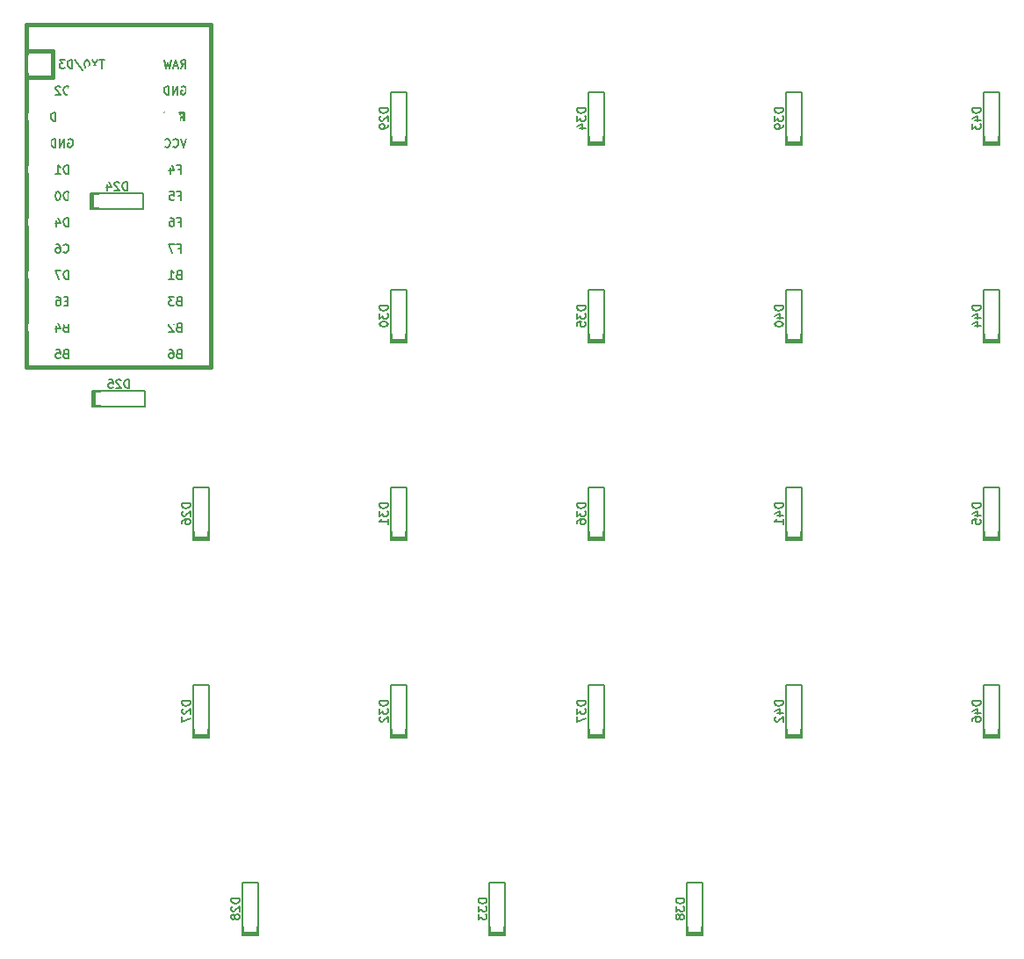
<source format=gbo>
%TF.GenerationSoftware,KiCad,Pcbnew,(5.1.12)-1*%
%TF.CreationDate,2022-01-07T20:18:48-05:00*%
%TF.ProjectId,center-gasket-2,63656e74-6572-42d6-9761-736b65742d32,rev?*%
%TF.SameCoordinates,Original*%
%TF.FileFunction,Legend,Bot*%
%TF.FilePolarity,Positive*%
%FSLAX46Y46*%
G04 Gerber Fmt 4.6, Leading zero omitted, Abs format (unit mm)*
G04 Created by KiCad (PCBNEW (5.1.12)-1) date 2022-01-07 20:18:48*
%MOMM*%
%LPD*%
G01*
G04 APERTURE LIST*
%ADD10C,0.381000*%
%ADD11C,0.150000*%
%ADD12C,2.250000*%
%ADD13C,3.987800*%
%ADD14C,1.750000*%
%ADD15C,1.752600*%
%ADD16R,1.752600X1.752600*%
%ADD17R,1.600000X1.600000*%
%ADD18C,1.600000*%
%ADD19R,1.200000X1.600000*%
%ADD20R,1.600000X1.200000*%
G04 APERTURE END LIST*
D10*
%TO.C,U1*%
X34131250Y-36512500D02*
X31591250Y-36512500D01*
X34131250Y-33972500D02*
X34131250Y-36512500D01*
D11*
G36*
X46525885Y-40261530D02*
G01*
X46525885Y-40361530D01*
X46625885Y-40361530D01*
X46625885Y-40261530D01*
X46525885Y-40261530D01*
G37*
X46525885Y-40261530D02*
X46525885Y-40361530D01*
X46625885Y-40361530D01*
X46625885Y-40261530D01*
X46525885Y-40261530D01*
G36*
X46725885Y-39861530D02*
G01*
X46725885Y-40661530D01*
X46825885Y-40661530D01*
X46825885Y-39861530D01*
X46725885Y-39861530D01*
G37*
X46725885Y-39861530D02*
X46725885Y-40661530D01*
X46825885Y-40661530D01*
X46825885Y-39861530D01*
X46725885Y-39861530D01*
G36*
X46325885Y-40461530D02*
G01*
X46325885Y-40661530D01*
X46425885Y-40661530D01*
X46425885Y-40461530D01*
X46325885Y-40461530D01*
G37*
X46325885Y-40461530D02*
X46325885Y-40661530D01*
X46425885Y-40661530D01*
X46425885Y-40461530D01*
X46325885Y-40461530D01*
G36*
X46325885Y-39861530D02*
G01*
X46325885Y-40161530D01*
X46425885Y-40161530D01*
X46425885Y-39861530D01*
X46325885Y-39861530D01*
G37*
X46325885Y-39861530D02*
X46325885Y-40161530D01*
X46425885Y-40161530D01*
X46425885Y-39861530D01*
X46325885Y-39861530D01*
G36*
X46325885Y-39861530D02*
G01*
X46325885Y-39961530D01*
X46825885Y-39961530D01*
X46825885Y-39861530D01*
X46325885Y-39861530D01*
G37*
X46325885Y-39861530D02*
X46325885Y-39961530D01*
X46825885Y-39961530D01*
X46825885Y-39861530D01*
X46325885Y-39861530D01*
D10*
X49371250Y-64452500D02*
X49371250Y-31432500D01*
X31591250Y-64452500D02*
X49371250Y-64452500D01*
X31591250Y-31432500D02*
X31591250Y-64452500D01*
X49371250Y-31432500D02*
X31591250Y-31432500D01*
X34131250Y-33972500D02*
X31591250Y-33972500D01*
D11*
%TO.C,D46*%
X123856750Y-99409250D02*
X125380750Y-99409250D01*
X123856750Y-99536250D02*
X125380750Y-99536250D01*
X125380750Y-99663250D02*
X123856750Y-99663250D01*
X123856750Y-100044250D02*
X125380750Y-100044250D01*
X125380750Y-99917250D02*
X123856750Y-99917250D01*
X123856750Y-99790250D02*
X125380750Y-99790250D01*
X125380750Y-95091250D02*
X123856750Y-95091250D01*
X125380750Y-100171250D02*
X125380750Y-95091250D01*
X123856750Y-100171250D02*
X125380750Y-100171250D01*
X123856750Y-95091250D02*
X123856750Y-100171250D01*
%TO.C,D45*%
X123856750Y-80359250D02*
X125380750Y-80359250D01*
X123856750Y-80486250D02*
X125380750Y-80486250D01*
X125380750Y-80613250D02*
X123856750Y-80613250D01*
X123856750Y-80994250D02*
X125380750Y-80994250D01*
X125380750Y-80867250D02*
X123856750Y-80867250D01*
X123856750Y-80740250D02*
X125380750Y-80740250D01*
X125380750Y-76041250D02*
X123856750Y-76041250D01*
X125380750Y-81121250D02*
X125380750Y-76041250D01*
X123856750Y-81121250D02*
X125380750Y-81121250D01*
X123856750Y-76041250D02*
X123856750Y-81121250D01*
%TO.C,D44*%
X123856750Y-61309250D02*
X125380750Y-61309250D01*
X123856750Y-61436250D02*
X125380750Y-61436250D01*
X125380750Y-61563250D02*
X123856750Y-61563250D01*
X123856750Y-61944250D02*
X125380750Y-61944250D01*
X125380750Y-61817250D02*
X123856750Y-61817250D01*
X123856750Y-61690250D02*
X125380750Y-61690250D01*
X125380750Y-56991250D02*
X123856750Y-56991250D01*
X125380750Y-62071250D02*
X125380750Y-56991250D01*
X123856750Y-62071250D02*
X125380750Y-62071250D01*
X123856750Y-56991250D02*
X123856750Y-62071250D01*
%TO.C,D43*%
X123856750Y-42259250D02*
X125380750Y-42259250D01*
X123856750Y-42386250D02*
X125380750Y-42386250D01*
X125380750Y-42513250D02*
X123856750Y-42513250D01*
X123856750Y-42894250D02*
X125380750Y-42894250D01*
X125380750Y-42767250D02*
X123856750Y-42767250D01*
X123856750Y-42640250D02*
X125380750Y-42640250D01*
X125380750Y-37941250D02*
X123856750Y-37941250D01*
X125380750Y-43021250D02*
X125380750Y-37941250D01*
X123856750Y-43021250D02*
X125380750Y-43021250D01*
X123856750Y-37941250D02*
X123856750Y-43021250D01*
%TO.C,D42*%
X104806750Y-99406250D02*
X106330750Y-99406250D01*
X104806750Y-99533250D02*
X106330750Y-99533250D01*
X106330750Y-99660250D02*
X104806750Y-99660250D01*
X104806750Y-100041250D02*
X106330750Y-100041250D01*
X106330750Y-99914250D02*
X104806750Y-99914250D01*
X104806750Y-99787250D02*
X106330750Y-99787250D01*
X106330750Y-95088250D02*
X104806750Y-95088250D01*
X106330750Y-100168250D02*
X106330750Y-95088250D01*
X104806750Y-100168250D02*
X106330750Y-100168250D01*
X104806750Y-95088250D02*
X104806750Y-100168250D01*
%TO.C,D41*%
X104806750Y-80359250D02*
X106330750Y-80359250D01*
X104806750Y-80486250D02*
X106330750Y-80486250D01*
X106330750Y-80613250D02*
X104806750Y-80613250D01*
X104806750Y-80994250D02*
X106330750Y-80994250D01*
X106330750Y-80867250D02*
X104806750Y-80867250D01*
X104806750Y-80740250D02*
X106330750Y-80740250D01*
X106330750Y-76041250D02*
X104806750Y-76041250D01*
X106330750Y-81121250D02*
X106330750Y-76041250D01*
X104806750Y-81121250D02*
X106330750Y-81121250D01*
X104806750Y-76041250D02*
X104806750Y-81121250D01*
%TO.C,D40*%
X104806750Y-61309250D02*
X106330750Y-61309250D01*
X104806750Y-61436250D02*
X106330750Y-61436250D01*
X106330750Y-61563250D02*
X104806750Y-61563250D01*
X104806750Y-61944250D02*
X106330750Y-61944250D01*
X106330750Y-61817250D02*
X104806750Y-61817250D01*
X104806750Y-61690250D02*
X106330750Y-61690250D01*
X106330750Y-56991250D02*
X104806750Y-56991250D01*
X106330750Y-62071250D02*
X106330750Y-56991250D01*
X104806750Y-62071250D02*
X106330750Y-62071250D01*
X104806750Y-56991250D02*
X104806750Y-62071250D01*
%TO.C,D39*%
X104806750Y-42259250D02*
X106330750Y-42259250D01*
X104806750Y-42386250D02*
X106330750Y-42386250D01*
X106330750Y-42513250D02*
X104806750Y-42513250D01*
X104806750Y-42894250D02*
X106330750Y-42894250D01*
X106330750Y-42767250D02*
X104806750Y-42767250D01*
X104806750Y-42640250D02*
X106330750Y-42640250D01*
X106330750Y-37941250D02*
X104806750Y-37941250D01*
X106330750Y-43021250D02*
X106330750Y-37941250D01*
X104806750Y-43021250D02*
X106330750Y-43021250D01*
X104806750Y-37941250D02*
X104806750Y-43021250D01*
%TO.C,D38*%
X95281750Y-118459250D02*
X96805750Y-118459250D01*
X95281750Y-118586250D02*
X96805750Y-118586250D01*
X96805750Y-118713250D02*
X95281750Y-118713250D01*
X95281750Y-119094250D02*
X96805750Y-119094250D01*
X96805750Y-118967250D02*
X95281750Y-118967250D01*
X95281750Y-118840250D02*
X96805750Y-118840250D01*
X96805750Y-114141250D02*
X95281750Y-114141250D01*
X96805750Y-119221250D02*
X96805750Y-114141250D01*
X95281750Y-119221250D02*
X96805750Y-119221250D01*
X95281750Y-114141250D02*
X95281750Y-119221250D01*
%TO.C,D37*%
X85756750Y-99409250D02*
X87280750Y-99409250D01*
X85756750Y-99536250D02*
X87280750Y-99536250D01*
X87280750Y-99663250D02*
X85756750Y-99663250D01*
X85756750Y-100044250D02*
X87280750Y-100044250D01*
X87280750Y-99917250D02*
X85756750Y-99917250D01*
X85756750Y-99790250D02*
X87280750Y-99790250D01*
X87280750Y-95091250D02*
X85756750Y-95091250D01*
X87280750Y-100171250D02*
X87280750Y-95091250D01*
X85756750Y-100171250D02*
X87280750Y-100171250D01*
X85756750Y-95091250D02*
X85756750Y-100171250D01*
%TO.C,D36*%
X85756750Y-80359250D02*
X87280750Y-80359250D01*
X85756750Y-80486250D02*
X87280750Y-80486250D01*
X87280750Y-80613250D02*
X85756750Y-80613250D01*
X85756750Y-80994250D02*
X87280750Y-80994250D01*
X87280750Y-80867250D02*
X85756750Y-80867250D01*
X85756750Y-80740250D02*
X87280750Y-80740250D01*
X87280750Y-76041250D02*
X85756750Y-76041250D01*
X87280750Y-81121250D02*
X87280750Y-76041250D01*
X85756750Y-81121250D02*
X87280750Y-81121250D01*
X85756750Y-76041250D02*
X85756750Y-81121250D01*
%TO.C,D35*%
X85756750Y-61309250D02*
X87280750Y-61309250D01*
X85756750Y-61436250D02*
X87280750Y-61436250D01*
X87280750Y-61563250D02*
X85756750Y-61563250D01*
X85756750Y-61944250D02*
X87280750Y-61944250D01*
X87280750Y-61817250D02*
X85756750Y-61817250D01*
X85756750Y-61690250D02*
X87280750Y-61690250D01*
X87280750Y-56991250D02*
X85756750Y-56991250D01*
X87280750Y-62071250D02*
X87280750Y-56991250D01*
X85756750Y-62071250D02*
X87280750Y-62071250D01*
X85756750Y-56991250D02*
X85756750Y-62071250D01*
%TO.C,D34*%
X85756750Y-42259250D02*
X87280750Y-42259250D01*
X85756750Y-42386250D02*
X87280750Y-42386250D01*
X87280750Y-42513250D02*
X85756750Y-42513250D01*
X85756750Y-42894250D02*
X87280750Y-42894250D01*
X87280750Y-42767250D02*
X85756750Y-42767250D01*
X85756750Y-42640250D02*
X87280750Y-42640250D01*
X87280750Y-37941250D02*
X85756750Y-37941250D01*
X87280750Y-43021250D02*
X87280750Y-37941250D01*
X85756750Y-43021250D02*
X87280750Y-43021250D01*
X85756750Y-37941250D02*
X85756750Y-43021250D01*
%TO.C,D33*%
X76231750Y-118459250D02*
X77755750Y-118459250D01*
X76231750Y-118586250D02*
X77755750Y-118586250D01*
X77755750Y-118713250D02*
X76231750Y-118713250D01*
X76231750Y-119094250D02*
X77755750Y-119094250D01*
X77755750Y-118967250D02*
X76231750Y-118967250D01*
X76231750Y-118840250D02*
X77755750Y-118840250D01*
X77755750Y-114141250D02*
X76231750Y-114141250D01*
X77755750Y-119221250D02*
X77755750Y-114141250D01*
X76231750Y-119221250D02*
X77755750Y-119221250D01*
X76231750Y-114141250D02*
X76231750Y-119221250D01*
%TO.C,D32*%
X66706750Y-99409250D02*
X68230750Y-99409250D01*
X66706750Y-99536250D02*
X68230750Y-99536250D01*
X68230750Y-99663250D02*
X66706750Y-99663250D01*
X66706750Y-100044250D02*
X68230750Y-100044250D01*
X68230750Y-99917250D02*
X66706750Y-99917250D01*
X66706750Y-99790250D02*
X68230750Y-99790250D01*
X68230750Y-95091250D02*
X66706750Y-95091250D01*
X68230750Y-100171250D02*
X68230750Y-95091250D01*
X66706750Y-100171250D02*
X68230750Y-100171250D01*
X66706750Y-95091250D02*
X66706750Y-100171250D01*
%TO.C,D31*%
X66706750Y-80359250D02*
X68230750Y-80359250D01*
X66706750Y-80486250D02*
X68230750Y-80486250D01*
X68230750Y-80613250D02*
X66706750Y-80613250D01*
X66706750Y-80994250D02*
X68230750Y-80994250D01*
X68230750Y-80867250D02*
X66706750Y-80867250D01*
X66706750Y-80740250D02*
X68230750Y-80740250D01*
X68230750Y-76041250D02*
X66706750Y-76041250D01*
X68230750Y-81121250D02*
X68230750Y-76041250D01*
X66706750Y-81121250D02*
X68230750Y-81121250D01*
X66706750Y-76041250D02*
X66706750Y-81121250D01*
%TO.C,D30*%
X66706750Y-61309250D02*
X68230750Y-61309250D01*
X66706750Y-61436250D02*
X68230750Y-61436250D01*
X68230750Y-61563250D02*
X66706750Y-61563250D01*
X66706750Y-61944250D02*
X68230750Y-61944250D01*
X68230750Y-61817250D02*
X66706750Y-61817250D01*
X66706750Y-61690250D02*
X68230750Y-61690250D01*
X68230750Y-56991250D02*
X66706750Y-56991250D01*
X68230750Y-62071250D02*
X68230750Y-56991250D01*
X66706750Y-62071250D02*
X68230750Y-62071250D01*
X66706750Y-56991250D02*
X66706750Y-62071250D01*
%TO.C,D29*%
X66706750Y-42259250D02*
X68230750Y-42259250D01*
X66706750Y-42386250D02*
X68230750Y-42386250D01*
X68230750Y-42513250D02*
X66706750Y-42513250D01*
X66706750Y-42894250D02*
X68230750Y-42894250D01*
X68230750Y-42767250D02*
X66706750Y-42767250D01*
X66706750Y-42640250D02*
X68230750Y-42640250D01*
X68230750Y-37941250D02*
X66706750Y-37941250D01*
X68230750Y-43021250D02*
X68230750Y-37941250D01*
X66706750Y-43021250D02*
X68230750Y-43021250D01*
X66706750Y-37941250D02*
X66706750Y-43021250D01*
%TO.C,D28*%
X52419250Y-118459250D02*
X53943250Y-118459250D01*
X52419250Y-118586250D02*
X53943250Y-118586250D01*
X53943250Y-118713250D02*
X52419250Y-118713250D01*
X52419250Y-119094250D02*
X53943250Y-119094250D01*
X53943250Y-118967250D02*
X52419250Y-118967250D01*
X52419250Y-118840250D02*
X53943250Y-118840250D01*
X53943250Y-114141250D02*
X52419250Y-114141250D01*
X53943250Y-119221250D02*
X53943250Y-114141250D01*
X52419250Y-119221250D02*
X53943250Y-119221250D01*
X52419250Y-114141250D02*
X52419250Y-119221250D01*
%TO.C,D27*%
X47656750Y-99409250D02*
X49180750Y-99409250D01*
X47656750Y-99536250D02*
X49180750Y-99536250D01*
X49180750Y-99663250D02*
X47656750Y-99663250D01*
X47656750Y-100044250D02*
X49180750Y-100044250D01*
X49180750Y-99917250D02*
X47656750Y-99917250D01*
X47656750Y-99790250D02*
X49180750Y-99790250D01*
X49180750Y-95091250D02*
X47656750Y-95091250D01*
X49180750Y-100171250D02*
X49180750Y-95091250D01*
X47656750Y-100171250D02*
X49180750Y-100171250D01*
X47656750Y-95091250D02*
X47656750Y-100171250D01*
%TO.C,D26*%
X47656750Y-80359250D02*
X49180750Y-80359250D01*
X47656750Y-80486250D02*
X49180750Y-80486250D01*
X49180750Y-80613250D02*
X47656750Y-80613250D01*
X47656750Y-80994250D02*
X49180750Y-80994250D01*
X49180750Y-80867250D02*
X47656750Y-80867250D01*
X47656750Y-80740250D02*
X49180750Y-80740250D01*
X49180750Y-76041250D02*
X47656750Y-76041250D01*
X49180750Y-81121250D02*
X49180750Y-76041250D01*
X47656750Y-81121250D02*
X49180750Y-81121250D01*
X47656750Y-76041250D02*
X47656750Y-81121250D01*
%TO.C,D25*%
X38703250Y-66706750D02*
X38703250Y-68230750D01*
X38576250Y-66706750D02*
X38576250Y-68230750D01*
X38449250Y-68230750D02*
X38449250Y-66706750D01*
X38068250Y-66706750D02*
X38068250Y-68230750D01*
X38195250Y-68230750D02*
X38195250Y-66706750D01*
X38322250Y-66706750D02*
X38322250Y-68230750D01*
X43021250Y-68230750D02*
X43021250Y-66706750D01*
X37941250Y-68230750D02*
X43021250Y-68230750D01*
X37941250Y-66706750D02*
X37941250Y-68230750D01*
X43021250Y-66706750D02*
X37941250Y-66706750D01*
%TO.C,D24*%
X38515750Y-47656750D02*
X38515750Y-49180750D01*
X38388750Y-47656750D02*
X38388750Y-49180750D01*
X38261750Y-49180750D02*
X38261750Y-47656750D01*
X37880750Y-47656750D02*
X37880750Y-49180750D01*
X38007750Y-49180750D02*
X38007750Y-47656750D01*
X38134750Y-47656750D02*
X38134750Y-49180750D01*
X42833750Y-49180750D02*
X42833750Y-47656750D01*
X37753750Y-49180750D02*
X42833750Y-49180750D01*
X37753750Y-47656750D02*
X37753750Y-49180750D01*
X42833750Y-47656750D02*
X37753750Y-47656750D01*
%TO.C,U1*%
X46054583Y-40626309D02*
X45940297Y-40664404D01*
X45749821Y-40664404D01*
X45673630Y-40626309D01*
X45635535Y-40588214D01*
X45597440Y-40512023D01*
X45597440Y-40435833D01*
X45635535Y-40359642D01*
X45673630Y-40321547D01*
X45749821Y-40283452D01*
X45902202Y-40245357D01*
X45978392Y-40207261D01*
X46016488Y-40169166D01*
X46054583Y-40092976D01*
X46054583Y-40016785D01*
X46016488Y-39940595D01*
X45978392Y-39902500D01*
X45902202Y-39864404D01*
X45711726Y-39864404D01*
X45597440Y-39902500D01*
X45368869Y-39864404D02*
X44911726Y-39864404D01*
X45140297Y-40664404D02*
X45140297Y-39864404D01*
X39099854Y-34804404D02*
X38642711Y-34804404D01*
X38871282Y-35604404D02*
X38871282Y-34804404D01*
X38452235Y-34804404D02*
X37918901Y-35604404D01*
X37918901Y-34804404D02*
X38452235Y-35604404D01*
X37461758Y-34804404D02*
X37385568Y-34804404D01*
X37309378Y-34842500D01*
X37271282Y-34880595D01*
X37233187Y-34956785D01*
X37195092Y-35109166D01*
X37195092Y-35299642D01*
X37233187Y-35452023D01*
X37271282Y-35528214D01*
X37309378Y-35566309D01*
X37385568Y-35604404D01*
X37461758Y-35604404D01*
X37537949Y-35566309D01*
X37576044Y-35528214D01*
X37614139Y-35452023D01*
X37652235Y-35299642D01*
X37652235Y-35109166D01*
X37614139Y-34956785D01*
X37576044Y-34880595D01*
X37537949Y-34842500D01*
X37461758Y-34804404D01*
X36280806Y-34766309D02*
X36966520Y-35794880D01*
X36014139Y-35604404D02*
X36014139Y-34804404D01*
X35823663Y-34804404D01*
X35709378Y-34842500D01*
X35633187Y-34918690D01*
X35595092Y-34994880D01*
X35556997Y-35147261D01*
X35556997Y-35261547D01*
X35595092Y-35413928D01*
X35633187Y-35490119D01*
X35709378Y-35566309D01*
X35823663Y-35604404D01*
X36014139Y-35604404D01*
X35290330Y-34804404D02*
X34795092Y-34804404D01*
X35061758Y-35109166D01*
X34947473Y-35109166D01*
X34871282Y-35147261D01*
X34833187Y-35185357D01*
X34795092Y-35261547D01*
X34795092Y-35452023D01*
X34833187Y-35528214D01*
X34871282Y-35566309D01*
X34947473Y-35604404D01*
X35176044Y-35604404D01*
X35252235Y-35566309D01*
X35290330Y-35528214D01*
X46266059Y-60585357D02*
X46151773Y-60623452D01*
X46113678Y-60661547D01*
X46075583Y-60737738D01*
X46075583Y-60852023D01*
X46113678Y-60928214D01*
X46151773Y-60966309D01*
X46227964Y-61004404D01*
X46532726Y-61004404D01*
X46532726Y-60204404D01*
X46266059Y-60204404D01*
X46189869Y-60242500D01*
X46151773Y-60280595D01*
X46113678Y-60356785D01*
X46113678Y-60432976D01*
X46151773Y-60509166D01*
X46189869Y-60547261D01*
X46266059Y-60585357D01*
X46532726Y-60585357D01*
X45770821Y-60280595D02*
X45732726Y-60242500D01*
X45656535Y-60204404D01*
X45466059Y-60204404D01*
X45389869Y-60242500D01*
X45351773Y-60280595D01*
X45313678Y-60356785D01*
X45313678Y-60432976D01*
X45351773Y-60547261D01*
X45808916Y-61004404D01*
X45313678Y-61004404D01*
X46208916Y-52965357D02*
X46475583Y-52965357D01*
X46475583Y-53384404D02*
X46475583Y-52584404D01*
X46094630Y-52584404D01*
X45866059Y-52584404D02*
X45332726Y-52584404D01*
X45675583Y-53384404D01*
X46208916Y-50425357D02*
X46475583Y-50425357D01*
X46475583Y-50844404D02*
X46475583Y-50044404D01*
X46094630Y-50044404D01*
X45447011Y-50044404D02*
X45599392Y-50044404D01*
X45675583Y-50082500D01*
X45713678Y-50120595D01*
X45789869Y-50234880D01*
X45827964Y-50387261D01*
X45827964Y-50692023D01*
X45789869Y-50768214D01*
X45751773Y-50806309D01*
X45675583Y-50844404D01*
X45523202Y-50844404D01*
X45447011Y-50806309D01*
X45408916Y-50768214D01*
X45370821Y-50692023D01*
X45370821Y-50501547D01*
X45408916Y-50425357D01*
X45447011Y-50387261D01*
X45523202Y-50349166D01*
X45675583Y-50349166D01*
X45751773Y-50387261D01*
X45789869Y-50425357D01*
X45827964Y-50501547D01*
X46208916Y-47885357D02*
X46475583Y-47885357D01*
X46475583Y-48304404D02*
X46475583Y-47504404D01*
X46094630Y-47504404D01*
X45408916Y-47504404D02*
X45789869Y-47504404D01*
X45827964Y-47885357D01*
X45789869Y-47847261D01*
X45713678Y-47809166D01*
X45523202Y-47809166D01*
X45447011Y-47847261D01*
X45408916Y-47885357D01*
X45370821Y-47961547D01*
X45370821Y-48152023D01*
X45408916Y-48228214D01*
X45447011Y-48266309D01*
X45523202Y-48304404D01*
X45713678Y-48304404D01*
X45789869Y-48266309D01*
X45827964Y-48228214D01*
X46494630Y-35604404D02*
X46761297Y-35223452D01*
X46951773Y-35604404D02*
X46951773Y-34804404D01*
X46647011Y-34804404D01*
X46570821Y-34842500D01*
X46532726Y-34880595D01*
X46494630Y-34956785D01*
X46494630Y-35071071D01*
X46532726Y-35147261D01*
X46570821Y-35185357D01*
X46647011Y-35223452D01*
X46951773Y-35223452D01*
X46189869Y-35375833D02*
X45808916Y-35375833D01*
X46266059Y-35604404D02*
X45999392Y-34804404D01*
X45732726Y-35604404D01*
X45542250Y-34804404D02*
X45351773Y-35604404D01*
X45199392Y-35032976D01*
X45047011Y-35604404D01*
X44856535Y-34804404D01*
X46551773Y-37382500D02*
X46627964Y-37344404D01*
X46742250Y-37344404D01*
X46856535Y-37382500D01*
X46932726Y-37458690D01*
X46970821Y-37534880D01*
X47008916Y-37687261D01*
X47008916Y-37801547D01*
X46970821Y-37953928D01*
X46932726Y-38030119D01*
X46856535Y-38106309D01*
X46742250Y-38144404D01*
X46666059Y-38144404D01*
X46551773Y-38106309D01*
X46513678Y-38068214D01*
X46513678Y-37801547D01*
X46666059Y-37801547D01*
X46170821Y-38144404D02*
X46170821Y-37344404D01*
X45713678Y-38144404D01*
X45713678Y-37344404D01*
X45332726Y-38144404D02*
X45332726Y-37344404D01*
X45142250Y-37344404D01*
X45027964Y-37382500D01*
X44951773Y-37458690D01*
X44913678Y-37534880D01*
X44875583Y-37687261D01*
X44875583Y-37801547D01*
X44913678Y-37953928D01*
X44951773Y-38030119D01*
X45027964Y-38106309D01*
X45142250Y-38144404D01*
X45332726Y-38144404D01*
X47008916Y-42424404D02*
X46742250Y-43224404D01*
X46475583Y-42424404D01*
X45751773Y-43148214D02*
X45789869Y-43186309D01*
X45904154Y-43224404D01*
X45980345Y-43224404D01*
X46094630Y-43186309D01*
X46170821Y-43110119D01*
X46208916Y-43033928D01*
X46247011Y-42881547D01*
X46247011Y-42767261D01*
X46208916Y-42614880D01*
X46170821Y-42538690D01*
X46094630Y-42462500D01*
X45980345Y-42424404D01*
X45904154Y-42424404D01*
X45789869Y-42462500D01*
X45751773Y-42500595D01*
X44951773Y-43148214D02*
X44989869Y-43186309D01*
X45104154Y-43224404D01*
X45180345Y-43224404D01*
X45294630Y-43186309D01*
X45370821Y-43110119D01*
X45408916Y-43033928D01*
X45447011Y-42881547D01*
X45447011Y-42767261D01*
X45408916Y-42614880D01*
X45370821Y-42538690D01*
X45294630Y-42462500D01*
X45180345Y-42424404D01*
X45104154Y-42424404D01*
X44989869Y-42462500D01*
X44951773Y-42500595D01*
X46208916Y-45345357D02*
X46475583Y-45345357D01*
X46475583Y-45764404D02*
X46475583Y-44964404D01*
X46094630Y-44964404D01*
X45447011Y-45231071D02*
X45447011Y-45764404D01*
X45637488Y-44926309D02*
X45827964Y-45497738D01*
X45332726Y-45497738D01*
X46266059Y-55505357D02*
X46151773Y-55543452D01*
X46113678Y-55581547D01*
X46075583Y-55657738D01*
X46075583Y-55772023D01*
X46113678Y-55848214D01*
X46151773Y-55886309D01*
X46227964Y-55924404D01*
X46532726Y-55924404D01*
X46532726Y-55124404D01*
X46266059Y-55124404D01*
X46189869Y-55162500D01*
X46151773Y-55200595D01*
X46113678Y-55276785D01*
X46113678Y-55352976D01*
X46151773Y-55429166D01*
X46189869Y-55467261D01*
X46266059Y-55505357D01*
X46532726Y-55505357D01*
X45313678Y-55924404D02*
X45770821Y-55924404D01*
X45542250Y-55924404D02*
X45542250Y-55124404D01*
X45618440Y-55238690D01*
X45694630Y-55314880D01*
X45770821Y-55352976D01*
X46266059Y-58045357D02*
X46151773Y-58083452D01*
X46113678Y-58121547D01*
X46075583Y-58197738D01*
X46075583Y-58312023D01*
X46113678Y-58388214D01*
X46151773Y-58426309D01*
X46227964Y-58464404D01*
X46532726Y-58464404D01*
X46532726Y-57664404D01*
X46266059Y-57664404D01*
X46189869Y-57702500D01*
X46151773Y-57740595D01*
X46113678Y-57816785D01*
X46113678Y-57892976D01*
X46151773Y-57969166D01*
X46189869Y-58007261D01*
X46266059Y-58045357D01*
X46532726Y-58045357D01*
X45808916Y-57664404D02*
X45313678Y-57664404D01*
X45580345Y-57969166D01*
X45466059Y-57969166D01*
X45389869Y-58007261D01*
X45351773Y-58045357D01*
X45313678Y-58121547D01*
X45313678Y-58312023D01*
X45351773Y-58388214D01*
X45389869Y-58426309D01*
X45466059Y-58464404D01*
X45694630Y-58464404D01*
X45770821Y-58426309D01*
X45808916Y-58388214D01*
X46266059Y-63125357D02*
X46151773Y-63163452D01*
X46113678Y-63201547D01*
X46075583Y-63277738D01*
X46075583Y-63392023D01*
X46113678Y-63468214D01*
X46151773Y-63506309D01*
X46227964Y-63544404D01*
X46532726Y-63544404D01*
X46532726Y-62744404D01*
X46266059Y-62744404D01*
X46189869Y-62782500D01*
X46151773Y-62820595D01*
X46113678Y-62896785D01*
X46113678Y-62972976D01*
X46151773Y-63049166D01*
X46189869Y-63087261D01*
X46266059Y-63125357D01*
X46532726Y-63125357D01*
X45389869Y-62744404D02*
X45542250Y-62744404D01*
X45618440Y-62782500D01*
X45656535Y-62820595D01*
X45732726Y-62934880D01*
X45770821Y-63087261D01*
X45770821Y-63392023D01*
X45732726Y-63468214D01*
X45694630Y-63506309D01*
X45618440Y-63544404D01*
X45466059Y-63544404D01*
X45389869Y-63506309D01*
X45351773Y-63468214D01*
X45313678Y-63392023D01*
X45313678Y-63201547D01*
X45351773Y-63125357D01*
X45389869Y-63087261D01*
X45466059Y-63049166D01*
X45618440Y-63049166D01*
X45694630Y-63087261D01*
X45732726Y-63125357D01*
X45770821Y-63201547D01*
X35344059Y-63125357D02*
X35229773Y-63163452D01*
X35191678Y-63201547D01*
X35153583Y-63277738D01*
X35153583Y-63392023D01*
X35191678Y-63468214D01*
X35229773Y-63506309D01*
X35305964Y-63544404D01*
X35610726Y-63544404D01*
X35610726Y-62744404D01*
X35344059Y-62744404D01*
X35267869Y-62782500D01*
X35229773Y-62820595D01*
X35191678Y-62896785D01*
X35191678Y-62972976D01*
X35229773Y-63049166D01*
X35267869Y-63087261D01*
X35344059Y-63125357D01*
X35610726Y-63125357D01*
X34429773Y-62744404D02*
X34810726Y-62744404D01*
X34848821Y-63125357D01*
X34810726Y-63087261D01*
X34734535Y-63049166D01*
X34544059Y-63049166D01*
X34467869Y-63087261D01*
X34429773Y-63125357D01*
X34391678Y-63201547D01*
X34391678Y-63392023D01*
X34429773Y-63468214D01*
X34467869Y-63506309D01*
X34544059Y-63544404D01*
X34734535Y-63544404D01*
X34810726Y-63506309D01*
X34848821Y-63468214D01*
X35344059Y-60585357D02*
X35229773Y-60623452D01*
X35191678Y-60661547D01*
X35153583Y-60737738D01*
X35153583Y-60852023D01*
X35191678Y-60928214D01*
X35229773Y-60966309D01*
X35305964Y-61004404D01*
X35610726Y-61004404D01*
X35610726Y-60204404D01*
X35344059Y-60204404D01*
X35267869Y-60242500D01*
X35229773Y-60280595D01*
X35191678Y-60356785D01*
X35191678Y-60432976D01*
X35229773Y-60509166D01*
X35267869Y-60547261D01*
X35344059Y-60585357D01*
X35610726Y-60585357D01*
X34467869Y-60471071D02*
X34467869Y-61004404D01*
X34658345Y-60166309D02*
X34848821Y-60737738D01*
X34353583Y-60737738D01*
X35572630Y-58045357D02*
X35305964Y-58045357D01*
X35191678Y-58464404D02*
X35572630Y-58464404D01*
X35572630Y-57664404D01*
X35191678Y-57664404D01*
X34505964Y-57664404D02*
X34658345Y-57664404D01*
X34734535Y-57702500D01*
X34772630Y-57740595D01*
X34848821Y-57854880D01*
X34886916Y-58007261D01*
X34886916Y-58312023D01*
X34848821Y-58388214D01*
X34810726Y-58426309D01*
X34734535Y-58464404D01*
X34582154Y-58464404D01*
X34505964Y-58426309D01*
X34467869Y-58388214D01*
X34429773Y-58312023D01*
X34429773Y-58121547D01*
X34467869Y-58045357D01*
X34505964Y-58007261D01*
X34582154Y-57969166D01*
X34734535Y-57969166D01*
X34810726Y-58007261D01*
X34848821Y-58045357D01*
X34886916Y-58121547D01*
X35610726Y-55924404D02*
X35610726Y-55124404D01*
X35420250Y-55124404D01*
X35305964Y-55162500D01*
X35229773Y-55238690D01*
X35191678Y-55314880D01*
X35153583Y-55467261D01*
X35153583Y-55581547D01*
X35191678Y-55733928D01*
X35229773Y-55810119D01*
X35305964Y-55886309D01*
X35420250Y-55924404D01*
X35610726Y-55924404D01*
X34886916Y-55124404D02*
X34353583Y-55124404D01*
X34696440Y-55924404D01*
X35153583Y-53308214D02*
X35191678Y-53346309D01*
X35305964Y-53384404D01*
X35382154Y-53384404D01*
X35496440Y-53346309D01*
X35572630Y-53270119D01*
X35610726Y-53193928D01*
X35648821Y-53041547D01*
X35648821Y-52927261D01*
X35610726Y-52774880D01*
X35572630Y-52698690D01*
X35496440Y-52622500D01*
X35382154Y-52584404D01*
X35305964Y-52584404D01*
X35191678Y-52622500D01*
X35153583Y-52660595D01*
X34467869Y-52584404D02*
X34620250Y-52584404D01*
X34696440Y-52622500D01*
X34734535Y-52660595D01*
X34810726Y-52774880D01*
X34848821Y-52927261D01*
X34848821Y-53232023D01*
X34810726Y-53308214D01*
X34772630Y-53346309D01*
X34696440Y-53384404D01*
X34544059Y-53384404D01*
X34467869Y-53346309D01*
X34429773Y-53308214D01*
X34391678Y-53232023D01*
X34391678Y-53041547D01*
X34429773Y-52965357D01*
X34467869Y-52927261D01*
X34544059Y-52889166D01*
X34696440Y-52889166D01*
X34772630Y-52927261D01*
X34810726Y-52965357D01*
X34848821Y-53041547D01*
X35610726Y-50844404D02*
X35610726Y-50044404D01*
X35420250Y-50044404D01*
X35305964Y-50082500D01*
X35229773Y-50158690D01*
X35191678Y-50234880D01*
X35153583Y-50387261D01*
X35153583Y-50501547D01*
X35191678Y-50653928D01*
X35229773Y-50730119D01*
X35305964Y-50806309D01*
X35420250Y-50844404D01*
X35610726Y-50844404D01*
X34467869Y-50311071D02*
X34467869Y-50844404D01*
X34658345Y-50006309D02*
X34848821Y-50577738D01*
X34353583Y-50577738D01*
X35629773Y-39922500D02*
X35705964Y-39884404D01*
X35820250Y-39884404D01*
X35934535Y-39922500D01*
X36010726Y-39998690D01*
X36048821Y-40074880D01*
X36086916Y-40227261D01*
X36086916Y-40341547D01*
X36048821Y-40493928D01*
X36010726Y-40570119D01*
X35934535Y-40646309D01*
X35820250Y-40684404D01*
X35744059Y-40684404D01*
X35629773Y-40646309D01*
X35591678Y-40608214D01*
X35591678Y-40341547D01*
X35744059Y-40341547D01*
X35248821Y-40684404D02*
X35248821Y-39884404D01*
X34791678Y-40684404D01*
X34791678Y-39884404D01*
X34410726Y-40684404D02*
X34410726Y-39884404D01*
X34220250Y-39884404D01*
X34105964Y-39922500D01*
X34029773Y-39998690D01*
X33991678Y-40074880D01*
X33953583Y-40227261D01*
X33953583Y-40341547D01*
X33991678Y-40493928D01*
X34029773Y-40570119D01*
X34105964Y-40646309D01*
X34220250Y-40684404D01*
X34410726Y-40684404D01*
X35629773Y-42462500D02*
X35705964Y-42424404D01*
X35820250Y-42424404D01*
X35934535Y-42462500D01*
X36010726Y-42538690D01*
X36048821Y-42614880D01*
X36086916Y-42767261D01*
X36086916Y-42881547D01*
X36048821Y-43033928D01*
X36010726Y-43110119D01*
X35934535Y-43186309D01*
X35820250Y-43224404D01*
X35744059Y-43224404D01*
X35629773Y-43186309D01*
X35591678Y-43148214D01*
X35591678Y-42881547D01*
X35744059Y-42881547D01*
X35248821Y-43224404D02*
X35248821Y-42424404D01*
X34791678Y-43224404D01*
X34791678Y-42424404D01*
X34410726Y-43224404D02*
X34410726Y-42424404D01*
X34220250Y-42424404D01*
X34105964Y-42462500D01*
X34029773Y-42538690D01*
X33991678Y-42614880D01*
X33953583Y-42767261D01*
X33953583Y-42881547D01*
X33991678Y-43033928D01*
X34029773Y-43110119D01*
X34105964Y-43186309D01*
X34220250Y-43224404D01*
X34410726Y-43224404D01*
X35610726Y-45764404D02*
X35610726Y-44964404D01*
X35420250Y-44964404D01*
X35305964Y-45002500D01*
X35229773Y-45078690D01*
X35191678Y-45154880D01*
X35153583Y-45307261D01*
X35153583Y-45421547D01*
X35191678Y-45573928D01*
X35229773Y-45650119D01*
X35305964Y-45726309D01*
X35420250Y-45764404D01*
X35610726Y-45764404D01*
X34391678Y-45764404D02*
X34848821Y-45764404D01*
X34620250Y-45764404D02*
X34620250Y-44964404D01*
X34696440Y-45078690D01*
X34772630Y-45154880D01*
X34848821Y-45192976D01*
X35610726Y-48304404D02*
X35610726Y-47504404D01*
X35420250Y-47504404D01*
X35305964Y-47542500D01*
X35229773Y-47618690D01*
X35191678Y-47694880D01*
X35153583Y-47847261D01*
X35153583Y-47961547D01*
X35191678Y-48113928D01*
X35229773Y-48190119D01*
X35305964Y-48266309D01*
X35420250Y-48304404D01*
X35610726Y-48304404D01*
X34658345Y-47504404D02*
X34582154Y-47504404D01*
X34505964Y-47542500D01*
X34467869Y-47580595D01*
X34429773Y-47656785D01*
X34391678Y-47809166D01*
X34391678Y-47999642D01*
X34429773Y-48152023D01*
X34467869Y-48228214D01*
X34505964Y-48266309D01*
X34582154Y-48304404D01*
X34658345Y-48304404D01*
X34734535Y-48266309D01*
X34772630Y-48228214D01*
X34810726Y-48152023D01*
X34848821Y-47999642D01*
X34848821Y-47809166D01*
X34810726Y-47656785D01*
X34772630Y-47580595D01*
X34734535Y-47542500D01*
X34658345Y-47504404D01*
X35610726Y-38144404D02*
X35610726Y-37344404D01*
X35420250Y-37344404D01*
X35305964Y-37382500D01*
X35229773Y-37458690D01*
X35191678Y-37534880D01*
X35153583Y-37687261D01*
X35153583Y-37801547D01*
X35191678Y-37953928D01*
X35229773Y-38030119D01*
X35305964Y-38106309D01*
X35420250Y-38144404D01*
X35610726Y-38144404D01*
X34848821Y-37420595D02*
X34810726Y-37382500D01*
X34734535Y-37344404D01*
X34544059Y-37344404D01*
X34467869Y-37382500D01*
X34429773Y-37420595D01*
X34391678Y-37496785D01*
X34391678Y-37572976D01*
X34429773Y-37687261D01*
X34886916Y-38144404D01*
X34391678Y-38144404D01*
%TO.C,D46*%
X123580654Y-96634421D02*
X122780654Y-96634421D01*
X122780654Y-96824897D01*
X122818750Y-96939183D01*
X122894940Y-97015373D01*
X122971130Y-97053469D01*
X123123511Y-97091564D01*
X123237797Y-97091564D01*
X123390178Y-97053469D01*
X123466369Y-97015373D01*
X123542559Y-96939183D01*
X123580654Y-96824897D01*
X123580654Y-96634421D01*
X123047321Y-97777278D02*
X123580654Y-97777278D01*
X122742559Y-97586802D02*
X123313988Y-97396326D01*
X123313988Y-97891564D01*
X122780654Y-98539183D02*
X122780654Y-98386802D01*
X122818750Y-98310611D01*
X122856845Y-98272516D01*
X122971130Y-98196326D01*
X123123511Y-98158230D01*
X123428273Y-98158230D01*
X123504464Y-98196326D01*
X123542559Y-98234421D01*
X123580654Y-98310611D01*
X123580654Y-98462992D01*
X123542559Y-98539183D01*
X123504464Y-98577278D01*
X123428273Y-98615373D01*
X123237797Y-98615373D01*
X123161607Y-98577278D01*
X123123511Y-98539183D01*
X123085416Y-98462992D01*
X123085416Y-98310611D01*
X123123511Y-98234421D01*
X123161607Y-98196326D01*
X123237797Y-98158230D01*
%TO.C,D45*%
X123580654Y-77584421D02*
X122780654Y-77584421D01*
X122780654Y-77774897D01*
X122818750Y-77889183D01*
X122894940Y-77965373D01*
X122971130Y-78003469D01*
X123123511Y-78041564D01*
X123237797Y-78041564D01*
X123390178Y-78003469D01*
X123466369Y-77965373D01*
X123542559Y-77889183D01*
X123580654Y-77774897D01*
X123580654Y-77584421D01*
X123047321Y-78727278D02*
X123580654Y-78727278D01*
X122742559Y-78536802D02*
X123313988Y-78346326D01*
X123313988Y-78841564D01*
X122780654Y-79527278D02*
X122780654Y-79146326D01*
X123161607Y-79108230D01*
X123123511Y-79146326D01*
X123085416Y-79222516D01*
X123085416Y-79412992D01*
X123123511Y-79489183D01*
X123161607Y-79527278D01*
X123237797Y-79565373D01*
X123428273Y-79565373D01*
X123504464Y-79527278D01*
X123542559Y-79489183D01*
X123580654Y-79412992D01*
X123580654Y-79222516D01*
X123542559Y-79146326D01*
X123504464Y-79108230D01*
%TO.C,D44*%
X123580654Y-58534421D02*
X122780654Y-58534421D01*
X122780654Y-58724897D01*
X122818750Y-58839183D01*
X122894940Y-58915373D01*
X122971130Y-58953469D01*
X123123511Y-58991564D01*
X123237797Y-58991564D01*
X123390178Y-58953469D01*
X123466369Y-58915373D01*
X123542559Y-58839183D01*
X123580654Y-58724897D01*
X123580654Y-58534421D01*
X123047321Y-59677278D02*
X123580654Y-59677278D01*
X122742559Y-59486802D02*
X123313988Y-59296326D01*
X123313988Y-59791564D01*
X123047321Y-60439183D02*
X123580654Y-60439183D01*
X122742559Y-60248707D02*
X123313988Y-60058230D01*
X123313988Y-60553469D01*
%TO.C,D43*%
X123580654Y-39484421D02*
X122780654Y-39484421D01*
X122780654Y-39674897D01*
X122818750Y-39789183D01*
X122894940Y-39865373D01*
X122971130Y-39903469D01*
X123123511Y-39941564D01*
X123237797Y-39941564D01*
X123390178Y-39903469D01*
X123466369Y-39865373D01*
X123542559Y-39789183D01*
X123580654Y-39674897D01*
X123580654Y-39484421D01*
X123047321Y-40627278D02*
X123580654Y-40627278D01*
X122742559Y-40436802D02*
X123313988Y-40246326D01*
X123313988Y-40741564D01*
X122780654Y-40970135D02*
X122780654Y-41465373D01*
X123085416Y-41198707D01*
X123085416Y-41312992D01*
X123123511Y-41389183D01*
X123161607Y-41427278D01*
X123237797Y-41465373D01*
X123428273Y-41465373D01*
X123504464Y-41427278D01*
X123542559Y-41389183D01*
X123580654Y-41312992D01*
X123580654Y-41084421D01*
X123542559Y-41008230D01*
X123504464Y-40970135D01*
%TO.C,D42*%
X104530654Y-96631421D02*
X103730654Y-96631421D01*
X103730654Y-96821897D01*
X103768750Y-96936183D01*
X103844940Y-97012373D01*
X103921130Y-97050469D01*
X104073511Y-97088564D01*
X104187797Y-97088564D01*
X104340178Y-97050469D01*
X104416369Y-97012373D01*
X104492559Y-96936183D01*
X104530654Y-96821897D01*
X104530654Y-96631421D01*
X103997321Y-97774278D02*
X104530654Y-97774278D01*
X103692559Y-97583802D02*
X104263988Y-97393326D01*
X104263988Y-97888564D01*
X103806845Y-98155230D02*
X103768750Y-98193326D01*
X103730654Y-98269516D01*
X103730654Y-98459992D01*
X103768750Y-98536183D01*
X103806845Y-98574278D01*
X103883035Y-98612373D01*
X103959226Y-98612373D01*
X104073511Y-98574278D01*
X104530654Y-98117135D01*
X104530654Y-98612373D01*
%TO.C,D41*%
X104530654Y-77584421D02*
X103730654Y-77584421D01*
X103730654Y-77774897D01*
X103768750Y-77889183D01*
X103844940Y-77965373D01*
X103921130Y-78003469D01*
X104073511Y-78041564D01*
X104187797Y-78041564D01*
X104340178Y-78003469D01*
X104416369Y-77965373D01*
X104492559Y-77889183D01*
X104530654Y-77774897D01*
X104530654Y-77584421D01*
X103997321Y-78727278D02*
X104530654Y-78727278D01*
X103692559Y-78536802D02*
X104263988Y-78346326D01*
X104263988Y-78841564D01*
X104530654Y-79565373D02*
X104530654Y-79108230D01*
X104530654Y-79336802D02*
X103730654Y-79336802D01*
X103844940Y-79260611D01*
X103921130Y-79184421D01*
X103959226Y-79108230D01*
%TO.C,D40*%
X104530654Y-58534421D02*
X103730654Y-58534421D01*
X103730654Y-58724897D01*
X103768750Y-58839183D01*
X103844940Y-58915373D01*
X103921130Y-58953469D01*
X104073511Y-58991564D01*
X104187797Y-58991564D01*
X104340178Y-58953469D01*
X104416369Y-58915373D01*
X104492559Y-58839183D01*
X104530654Y-58724897D01*
X104530654Y-58534421D01*
X103997321Y-59677278D02*
X104530654Y-59677278D01*
X103692559Y-59486802D02*
X104263988Y-59296326D01*
X104263988Y-59791564D01*
X103730654Y-60248707D02*
X103730654Y-60324897D01*
X103768750Y-60401088D01*
X103806845Y-60439183D01*
X103883035Y-60477278D01*
X104035416Y-60515373D01*
X104225892Y-60515373D01*
X104378273Y-60477278D01*
X104454464Y-60439183D01*
X104492559Y-60401088D01*
X104530654Y-60324897D01*
X104530654Y-60248707D01*
X104492559Y-60172516D01*
X104454464Y-60134421D01*
X104378273Y-60096326D01*
X104225892Y-60058230D01*
X104035416Y-60058230D01*
X103883035Y-60096326D01*
X103806845Y-60134421D01*
X103768750Y-60172516D01*
X103730654Y-60248707D01*
%TO.C,D39*%
X104530654Y-39484421D02*
X103730654Y-39484421D01*
X103730654Y-39674897D01*
X103768750Y-39789183D01*
X103844940Y-39865373D01*
X103921130Y-39903469D01*
X104073511Y-39941564D01*
X104187797Y-39941564D01*
X104340178Y-39903469D01*
X104416369Y-39865373D01*
X104492559Y-39789183D01*
X104530654Y-39674897D01*
X104530654Y-39484421D01*
X103730654Y-40208230D02*
X103730654Y-40703469D01*
X104035416Y-40436802D01*
X104035416Y-40551088D01*
X104073511Y-40627278D01*
X104111607Y-40665373D01*
X104187797Y-40703469D01*
X104378273Y-40703469D01*
X104454464Y-40665373D01*
X104492559Y-40627278D01*
X104530654Y-40551088D01*
X104530654Y-40322516D01*
X104492559Y-40246326D01*
X104454464Y-40208230D01*
X104530654Y-41084421D02*
X104530654Y-41236802D01*
X104492559Y-41312992D01*
X104454464Y-41351088D01*
X104340178Y-41427278D01*
X104187797Y-41465373D01*
X103883035Y-41465373D01*
X103806845Y-41427278D01*
X103768750Y-41389183D01*
X103730654Y-41312992D01*
X103730654Y-41160611D01*
X103768750Y-41084421D01*
X103806845Y-41046326D01*
X103883035Y-41008230D01*
X104073511Y-41008230D01*
X104149702Y-41046326D01*
X104187797Y-41084421D01*
X104225892Y-41160611D01*
X104225892Y-41312992D01*
X104187797Y-41389183D01*
X104149702Y-41427278D01*
X104073511Y-41465373D01*
%TO.C,D38*%
X95005654Y-115684421D02*
X94205654Y-115684421D01*
X94205654Y-115874897D01*
X94243750Y-115989183D01*
X94319940Y-116065373D01*
X94396130Y-116103469D01*
X94548511Y-116141564D01*
X94662797Y-116141564D01*
X94815178Y-116103469D01*
X94891369Y-116065373D01*
X94967559Y-115989183D01*
X95005654Y-115874897D01*
X95005654Y-115684421D01*
X94205654Y-116408230D02*
X94205654Y-116903469D01*
X94510416Y-116636802D01*
X94510416Y-116751088D01*
X94548511Y-116827278D01*
X94586607Y-116865373D01*
X94662797Y-116903469D01*
X94853273Y-116903469D01*
X94929464Y-116865373D01*
X94967559Y-116827278D01*
X95005654Y-116751088D01*
X95005654Y-116522516D01*
X94967559Y-116446326D01*
X94929464Y-116408230D01*
X94548511Y-117360611D02*
X94510416Y-117284421D01*
X94472321Y-117246326D01*
X94396130Y-117208230D01*
X94358035Y-117208230D01*
X94281845Y-117246326D01*
X94243750Y-117284421D01*
X94205654Y-117360611D01*
X94205654Y-117512992D01*
X94243750Y-117589183D01*
X94281845Y-117627278D01*
X94358035Y-117665373D01*
X94396130Y-117665373D01*
X94472321Y-117627278D01*
X94510416Y-117589183D01*
X94548511Y-117512992D01*
X94548511Y-117360611D01*
X94586607Y-117284421D01*
X94624702Y-117246326D01*
X94700892Y-117208230D01*
X94853273Y-117208230D01*
X94929464Y-117246326D01*
X94967559Y-117284421D01*
X95005654Y-117360611D01*
X95005654Y-117512992D01*
X94967559Y-117589183D01*
X94929464Y-117627278D01*
X94853273Y-117665373D01*
X94700892Y-117665373D01*
X94624702Y-117627278D01*
X94586607Y-117589183D01*
X94548511Y-117512992D01*
%TO.C,D37*%
X85480654Y-96634421D02*
X84680654Y-96634421D01*
X84680654Y-96824897D01*
X84718750Y-96939183D01*
X84794940Y-97015373D01*
X84871130Y-97053469D01*
X85023511Y-97091564D01*
X85137797Y-97091564D01*
X85290178Y-97053469D01*
X85366369Y-97015373D01*
X85442559Y-96939183D01*
X85480654Y-96824897D01*
X85480654Y-96634421D01*
X84680654Y-97358230D02*
X84680654Y-97853469D01*
X84985416Y-97586802D01*
X84985416Y-97701088D01*
X85023511Y-97777278D01*
X85061607Y-97815373D01*
X85137797Y-97853469D01*
X85328273Y-97853469D01*
X85404464Y-97815373D01*
X85442559Y-97777278D01*
X85480654Y-97701088D01*
X85480654Y-97472516D01*
X85442559Y-97396326D01*
X85404464Y-97358230D01*
X84680654Y-98120135D02*
X84680654Y-98653469D01*
X85480654Y-98310611D01*
%TO.C,D36*%
X85480654Y-77584421D02*
X84680654Y-77584421D01*
X84680654Y-77774897D01*
X84718750Y-77889183D01*
X84794940Y-77965373D01*
X84871130Y-78003469D01*
X85023511Y-78041564D01*
X85137797Y-78041564D01*
X85290178Y-78003469D01*
X85366369Y-77965373D01*
X85442559Y-77889183D01*
X85480654Y-77774897D01*
X85480654Y-77584421D01*
X84680654Y-78308230D02*
X84680654Y-78803469D01*
X84985416Y-78536802D01*
X84985416Y-78651088D01*
X85023511Y-78727278D01*
X85061607Y-78765373D01*
X85137797Y-78803469D01*
X85328273Y-78803469D01*
X85404464Y-78765373D01*
X85442559Y-78727278D01*
X85480654Y-78651088D01*
X85480654Y-78422516D01*
X85442559Y-78346326D01*
X85404464Y-78308230D01*
X84680654Y-79489183D02*
X84680654Y-79336802D01*
X84718750Y-79260611D01*
X84756845Y-79222516D01*
X84871130Y-79146326D01*
X85023511Y-79108230D01*
X85328273Y-79108230D01*
X85404464Y-79146326D01*
X85442559Y-79184421D01*
X85480654Y-79260611D01*
X85480654Y-79412992D01*
X85442559Y-79489183D01*
X85404464Y-79527278D01*
X85328273Y-79565373D01*
X85137797Y-79565373D01*
X85061607Y-79527278D01*
X85023511Y-79489183D01*
X84985416Y-79412992D01*
X84985416Y-79260611D01*
X85023511Y-79184421D01*
X85061607Y-79146326D01*
X85137797Y-79108230D01*
%TO.C,D35*%
X85480654Y-58534421D02*
X84680654Y-58534421D01*
X84680654Y-58724897D01*
X84718750Y-58839183D01*
X84794940Y-58915373D01*
X84871130Y-58953469D01*
X85023511Y-58991564D01*
X85137797Y-58991564D01*
X85290178Y-58953469D01*
X85366369Y-58915373D01*
X85442559Y-58839183D01*
X85480654Y-58724897D01*
X85480654Y-58534421D01*
X84680654Y-59258230D02*
X84680654Y-59753469D01*
X84985416Y-59486802D01*
X84985416Y-59601088D01*
X85023511Y-59677278D01*
X85061607Y-59715373D01*
X85137797Y-59753469D01*
X85328273Y-59753469D01*
X85404464Y-59715373D01*
X85442559Y-59677278D01*
X85480654Y-59601088D01*
X85480654Y-59372516D01*
X85442559Y-59296326D01*
X85404464Y-59258230D01*
X84680654Y-60477278D02*
X84680654Y-60096326D01*
X85061607Y-60058230D01*
X85023511Y-60096326D01*
X84985416Y-60172516D01*
X84985416Y-60362992D01*
X85023511Y-60439183D01*
X85061607Y-60477278D01*
X85137797Y-60515373D01*
X85328273Y-60515373D01*
X85404464Y-60477278D01*
X85442559Y-60439183D01*
X85480654Y-60362992D01*
X85480654Y-60172516D01*
X85442559Y-60096326D01*
X85404464Y-60058230D01*
%TO.C,D34*%
X85480654Y-39484421D02*
X84680654Y-39484421D01*
X84680654Y-39674897D01*
X84718750Y-39789183D01*
X84794940Y-39865373D01*
X84871130Y-39903469D01*
X85023511Y-39941564D01*
X85137797Y-39941564D01*
X85290178Y-39903469D01*
X85366369Y-39865373D01*
X85442559Y-39789183D01*
X85480654Y-39674897D01*
X85480654Y-39484421D01*
X84680654Y-40208230D02*
X84680654Y-40703469D01*
X84985416Y-40436802D01*
X84985416Y-40551088D01*
X85023511Y-40627278D01*
X85061607Y-40665373D01*
X85137797Y-40703469D01*
X85328273Y-40703469D01*
X85404464Y-40665373D01*
X85442559Y-40627278D01*
X85480654Y-40551088D01*
X85480654Y-40322516D01*
X85442559Y-40246326D01*
X85404464Y-40208230D01*
X84947321Y-41389183D02*
X85480654Y-41389183D01*
X84642559Y-41198707D02*
X85213988Y-41008230D01*
X85213988Y-41503469D01*
%TO.C,D33*%
X75955654Y-115684421D02*
X75155654Y-115684421D01*
X75155654Y-115874897D01*
X75193750Y-115989183D01*
X75269940Y-116065373D01*
X75346130Y-116103469D01*
X75498511Y-116141564D01*
X75612797Y-116141564D01*
X75765178Y-116103469D01*
X75841369Y-116065373D01*
X75917559Y-115989183D01*
X75955654Y-115874897D01*
X75955654Y-115684421D01*
X75155654Y-116408230D02*
X75155654Y-116903469D01*
X75460416Y-116636802D01*
X75460416Y-116751088D01*
X75498511Y-116827278D01*
X75536607Y-116865373D01*
X75612797Y-116903469D01*
X75803273Y-116903469D01*
X75879464Y-116865373D01*
X75917559Y-116827278D01*
X75955654Y-116751088D01*
X75955654Y-116522516D01*
X75917559Y-116446326D01*
X75879464Y-116408230D01*
X75155654Y-117170135D02*
X75155654Y-117665373D01*
X75460416Y-117398707D01*
X75460416Y-117512992D01*
X75498511Y-117589183D01*
X75536607Y-117627278D01*
X75612797Y-117665373D01*
X75803273Y-117665373D01*
X75879464Y-117627278D01*
X75917559Y-117589183D01*
X75955654Y-117512992D01*
X75955654Y-117284421D01*
X75917559Y-117208230D01*
X75879464Y-117170135D01*
%TO.C,D32*%
X66430654Y-96634421D02*
X65630654Y-96634421D01*
X65630654Y-96824897D01*
X65668750Y-96939183D01*
X65744940Y-97015373D01*
X65821130Y-97053469D01*
X65973511Y-97091564D01*
X66087797Y-97091564D01*
X66240178Y-97053469D01*
X66316369Y-97015373D01*
X66392559Y-96939183D01*
X66430654Y-96824897D01*
X66430654Y-96634421D01*
X65630654Y-97358230D02*
X65630654Y-97853469D01*
X65935416Y-97586802D01*
X65935416Y-97701088D01*
X65973511Y-97777278D01*
X66011607Y-97815373D01*
X66087797Y-97853469D01*
X66278273Y-97853469D01*
X66354464Y-97815373D01*
X66392559Y-97777278D01*
X66430654Y-97701088D01*
X66430654Y-97472516D01*
X66392559Y-97396326D01*
X66354464Y-97358230D01*
X65706845Y-98158230D02*
X65668750Y-98196326D01*
X65630654Y-98272516D01*
X65630654Y-98462992D01*
X65668750Y-98539183D01*
X65706845Y-98577278D01*
X65783035Y-98615373D01*
X65859226Y-98615373D01*
X65973511Y-98577278D01*
X66430654Y-98120135D01*
X66430654Y-98615373D01*
%TO.C,D31*%
X66430654Y-77584421D02*
X65630654Y-77584421D01*
X65630654Y-77774897D01*
X65668750Y-77889183D01*
X65744940Y-77965373D01*
X65821130Y-78003469D01*
X65973511Y-78041564D01*
X66087797Y-78041564D01*
X66240178Y-78003469D01*
X66316369Y-77965373D01*
X66392559Y-77889183D01*
X66430654Y-77774897D01*
X66430654Y-77584421D01*
X65630654Y-78308230D02*
X65630654Y-78803469D01*
X65935416Y-78536802D01*
X65935416Y-78651088D01*
X65973511Y-78727278D01*
X66011607Y-78765373D01*
X66087797Y-78803469D01*
X66278273Y-78803469D01*
X66354464Y-78765373D01*
X66392559Y-78727278D01*
X66430654Y-78651088D01*
X66430654Y-78422516D01*
X66392559Y-78346326D01*
X66354464Y-78308230D01*
X66430654Y-79565373D02*
X66430654Y-79108230D01*
X66430654Y-79336802D02*
X65630654Y-79336802D01*
X65744940Y-79260611D01*
X65821130Y-79184421D01*
X65859226Y-79108230D01*
%TO.C,D30*%
X66430654Y-58534421D02*
X65630654Y-58534421D01*
X65630654Y-58724897D01*
X65668750Y-58839183D01*
X65744940Y-58915373D01*
X65821130Y-58953469D01*
X65973511Y-58991564D01*
X66087797Y-58991564D01*
X66240178Y-58953469D01*
X66316369Y-58915373D01*
X66392559Y-58839183D01*
X66430654Y-58724897D01*
X66430654Y-58534421D01*
X65630654Y-59258230D02*
X65630654Y-59753469D01*
X65935416Y-59486802D01*
X65935416Y-59601088D01*
X65973511Y-59677278D01*
X66011607Y-59715373D01*
X66087797Y-59753469D01*
X66278273Y-59753469D01*
X66354464Y-59715373D01*
X66392559Y-59677278D01*
X66430654Y-59601088D01*
X66430654Y-59372516D01*
X66392559Y-59296326D01*
X66354464Y-59258230D01*
X65630654Y-60248707D02*
X65630654Y-60324897D01*
X65668750Y-60401088D01*
X65706845Y-60439183D01*
X65783035Y-60477278D01*
X65935416Y-60515373D01*
X66125892Y-60515373D01*
X66278273Y-60477278D01*
X66354464Y-60439183D01*
X66392559Y-60401088D01*
X66430654Y-60324897D01*
X66430654Y-60248707D01*
X66392559Y-60172516D01*
X66354464Y-60134421D01*
X66278273Y-60096326D01*
X66125892Y-60058230D01*
X65935416Y-60058230D01*
X65783035Y-60096326D01*
X65706845Y-60134421D01*
X65668750Y-60172516D01*
X65630654Y-60248707D01*
%TO.C,D29*%
X66430654Y-39484421D02*
X65630654Y-39484421D01*
X65630654Y-39674897D01*
X65668750Y-39789183D01*
X65744940Y-39865373D01*
X65821130Y-39903469D01*
X65973511Y-39941564D01*
X66087797Y-39941564D01*
X66240178Y-39903469D01*
X66316369Y-39865373D01*
X66392559Y-39789183D01*
X66430654Y-39674897D01*
X66430654Y-39484421D01*
X65706845Y-40246326D02*
X65668750Y-40284421D01*
X65630654Y-40360611D01*
X65630654Y-40551088D01*
X65668750Y-40627278D01*
X65706845Y-40665373D01*
X65783035Y-40703469D01*
X65859226Y-40703469D01*
X65973511Y-40665373D01*
X66430654Y-40208230D01*
X66430654Y-40703469D01*
X66430654Y-41084421D02*
X66430654Y-41236802D01*
X66392559Y-41312992D01*
X66354464Y-41351088D01*
X66240178Y-41427278D01*
X66087797Y-41465373D01*
X65783035Y-41465373D01*
X65706845Y-41427278D01*
X65668750Y-41389183D01*
X65630654Y-41312992D01*
X65630654Y-41160611D01*
X65668750Y-41084421D01*
X65706845Y-41046326D01*
X65783035Y-41008230D01*
X65973511Y-41008230D01*
X66049702Y-41046326D01*
X66087797Y-41084421D01*
X66125892Y-41160611D01*
X66125892Y-41312992D01*
X66087797Y-41389183D01*
X66049702Y-41427278D01*
X65973511Y-41465373D01*
%TO.C,D28*%
X52143154Y-115684421D02*
X51343154Y-115684421D01*
X51343154Y-115874897D01*
X51381250Y-115989183D01*
X51457440Y-116065373D01*
X51533630Y-116103469D01*
X51686011Y-116141564D01*
X51800297Y-116141564D01*
X51952678Y-116103469D01*
X52028869Y-116065373D01*
X52105059Y-115989183D01*
X52143154Y-115874897D01*
X52143154Y-115684421D01*
X51419345Y-116446326D02*
X51381250Y-116484421D01*
X51343154Y-116560611D01*
X51343154Y-116751088D01*
X51381250Y-116827278D01*
X51419345Y-116865373D01*
X51495535Y-116903469D01*
X51571726Y-116903469D01*
X51686011Y-116865373D01*
X52143154Y-116408230D01*
X52143154Y-116903469D01*
X51686011Y-117360611D02*
X51647916Y-117284421D01*
X51609821Y-117246326D01*
X51533630Y-117208230D01*
X51495535Y-117208230D01*
X51419345Y-117246326D01*
X51381250Y-117284421D01*
X51343154Y-117360611D01*
X51343154Y-117512992D01*
X51381250Y-117589183D01*
X51419345Y-117627278D01*
X51495535Y-117665373D01*
X51533630Y-117665373D01*
X51609821Y-117627278D01*
X51647916Y-117589183D01*
X51686011Y-117512992D01*
X51686011Y-117360611D01*
X51724107Y-117284421D01*
X51762202Y-117246326D01*
X51838392Y-117208230D01*
X51990773Y-117208230D01*
X52066964Y-117246326D01*
X52105059Y-117284421D01*
X52143154Y-117360611D01*
X52143154Y-117512992D01*
X52105059Y-117589183D01*
X52066964Y-117627278D01*
X51990773Y-117665373D01*
X51838392Y-117665373D01*
X51762202Y-117627278D01*
X51724107Y-117589183D01*
X51686011Y-117512992D01*
%TO.C,D27*%
X47380654Y-96634421D02*
X46580654Y-96634421D01*
X46580654Y-96824897D01*
X46618750Y-96939183D01*
X46694940Y-97015373D01*
X46771130Y-97053469D01*
X46923511Y-97091564D01*
X47037797Y-97091564D01*
X47190178Y-97053469D01*
X47266369Y-97015373D01*
X47342559Y-96939183D01*
X47380654Y-96824897D01*
X47380654Y-96634421D01*
X46656845Y-97396326D02*
X46618750Y-97434421D01*
X46580654Y-97510611D01*
X46580654Y-97701088D01*
X46618750Y-97777278D01*
X46656845Y-97815373D01*
X46733035Y-97853469D01*
X46809226Y-97853469D01*
X46923511Y-97815373D01*
X47380654Y-97358230D01*
X47380654Y-97853469D01*
X46580654Y-98120135D02*
X46580654Y-98653469D01*
X47380654Y-98310611D01*
%TO.C,D26*%
X47380654Y-77584421D02*
X46580654Y-77584421D01*
X46580654Y-77774897D01*
X46618750Y-77889183D01*
X46694940Y-77965373D01*
X46771130Y-78003469D01*
X46923511Y-78041564D01*
X47037797Y-78041564D01*
X47190178Y-78003469D01*
X47266369Y-77965373D01*
X47342559Y-77889183D01*
X47380654Y-77774897D01*
X47380654Y-77584421D01*
X46656845Y-78346326D02*
X46618750Y-78384421D01*
X46580654Y-78460611D01*
X46580654Y-78651088D01*
X46618750Y-78727278D01*
X46656845Y-78765373D01*
X46733035Y-78803469D01*
X46809226Y-78803469D01*
X46923511Y-78765373D01*
X47380654Y-78308230D01*
X47380654Y-78803469D01*
X46580654Y-79489183D02*
X46580654Y-79336802D01*
X46618750Y-79260611D01*
X46656845Y-79222516D01*
X46771130Y-79146326D01*
X46923511Y-79108230D01*
X47228273Y-79108230D01*
X47304464Y-79146326D01*
X47342559Y-79184421D01*
X47380654Y-79260611D01*
X47380654Y-79412992D01*
X47342559Y-79489183D01*
X47304464Y-79527278D01*
X47228273Y-79565373D01*
X47037797Y-79565373D01*
X46961607Y-79527278D01*
X46923511Y-79489183D01*
X46885416Y-79412992D01*
X46885416Y-79260611D01*
X46923511Y-79184421D01*
X46961607Y-79146326D01*
X47037797Y-79108230D01*
%TO.C,D25*%
X41478078Y-66430654D02*
X41478078Y-65630654D01*
X41287602Y-65630654D01*
X41173316Y-65668750D01*
X41097126Y-65744940D01*
X41059030Y-65821130D01*
X41020935Y-65973511D01*
X41020935Y-66087797D01*
X41059030Y-66240178D01*
X41097126Y-66316369D01*
X41173316Y-66392559D01*
X41287602Y-66430654D01*
X41478078Y-66430654D01*
X40716173Y-65706845D02*
X40678078Y-65668750D01*
X40601888Y-65630654D01*
X40411411Y-65630654D01*
X40335221Y-65668750D01*
X40297126Y-65706845D01*
X40259030Y-65783035D01*
X40259030Y-65859226D01*
X40297126Y-65973511D01*
X40754269Y-66430654D01*
X40259030Y-66430654D01*
X39535221Y-65630654D02*
X39916173Y-65630654D01*
X39954269Y-66011607D01*
X39916173Y-65973511D01*
X39839983Y-65935416D01*
X39649507Y-65935416D01*
X39573316Y-65973511D01*
X39535221Y-66011607D01*
X39497126Y-66087797D01*
X39497126Y-66278273D01*
X39535221Y-66354464D01*
X39573316Y-66392559D01*
X39649507Y-66430654D01*
X39839983Y-66430654D01*
X39916173Y-66392559D01*
X39954269Y-66354464D01*
%TO.C,D24*%
X41290578Y-47380654D02*
X41290578Y-46580654D01*
X41100102Y-46580654D01*
X40985816Y-46618750D01*
X40909626Y-46694940D01*
X40871530Y-46771130D01*
X40833435Y-46923511D01*
X40833435Y-47037797D01*
X40871530Y-47190178D01*
X40909626Y-47266369D01*
X40985816Y-47342559D01*
X41100102Y-47380654D01*
X41290578Y-47380654D01*
X40528673Y-46656845D02*
X40490578Y-46618750D01*
X40414388Y-46580654D01*
X40223911Y-46580654D01*
X40147721Y-46618750D01*
X40109626Y-46656845D01*
X40071530Y-46733035D01*
X40071530Y-46809226D01*
X40109626Y-46923511D01*
X40566769Y-47380654D01*
X40071530Y-47380654D01*
X39385816Y-46847321D02*
X39385816Y-47380654D01*
X39576292Y-46542559D02*
X39766769Y-47113988D01*
X39271530Y-47113988D01*
%TD*%
%LPC*%
%TO.C,MX38*%
G36*
G01*
X90529733Y-113303645D02*
X90528847Y-113303584D01*
G75*
G02*
X89483916Y-112103847I77403J1122334D01*
G01*
X89523916Y-111523847D01*
G75*
G02*
X90723653Y-110478916I1122334J-77403D01*
G01*
X90723653Y-110478916D01*
G75*
G02*
X91768584Y-111678653I-77403J-1122334D01*
G01*
X91728584Y-112258653D01*
G75*
G02*
X90528847Y-113303584I-1122334J77403D01*
G01*
G37*
D12*
X90646250Y-111601250D03*
G36*
G01*
X83544938Y-114978600D02*
X83544933Y-114978595D01*
G75*
G02*
X83458905Y-113389933I751317J837345D01*
G01*
X84768907Y-111929933D01*
G75*
G02*
X86357569Y-111843905I837345J-751317D01*
G01*
X86357569Y-111843905D01*
G75*
G02*
X86443597Y-113432567I-751317J-837345D01*
G01*
X85133595Y-114892567D01*
G75*
G02*
X83544933Y-114978595I-837345J751317D01*
G01*
G37*
D13*
X88106250Y-116681250D03*
D12*
X85606250Y-112681250D03*
D14*
X83026250Y-116681250D03*
X93186250Y-116681250D03*
%TD*%
%TO.C,M2*%
G36*
G01*
X30968950Y-121215150D02*
X30968950Y-120338850D01*
G75*
G02*
X31407100Y-119900700I438150J0D01*
G01*
X32283400Y-119900700D01*
G75*
G02*
X32721550Y-120338850I0J-438150D01*
G01*
X32721550Y-121215150D01*
G75*
G02*
X32283400Y-121653300I-438150J0D01*
G01*
X31407100Y-121653300D01*
G75*
G02*
X30968950Y-121215150I0J438150D01*
G01*
G37*
G36*
G01*
X30968950Y-119183150D02*
X30968950Y-118306850D01*
G75*
G02*
X31407100Y-117868700I438150J0D01*
G01*
X32283400Y-117868700D01*
G75*
G02*
X32721550Y-118306850I0J-438150D01*
G01*
X32721550Y-119183150D01*
G75*
G02*
X32283400Y-119621300I-438150J0D01*
G01*
X31407100Y-119621300D01*
G75*
G02*
X30968950Y-119183150I0J438150D01*
G01*
G37*
G36*
G01*
X30968950Y-117151150D02*
X30968950Y-116274850D01*
G75*
G02*
X31407100Y-115836700I438150J0D01*
G01*
X32283400Y-115836700D01*
G75*
G02*
X32721550Y-116274850I0J-438150D01*
G01*
X32721550Y-117151150D01*
G75*
G02*
X32283400Y-117589300I-438150J0D01*
G01*
X31407100Y-117589300D01*
G75*
G02*
X30968950Y-117151150I0J438150D01*
G01*
G37*
G36*
G01*
X30968950Y-115119150D02*
X30968950Y-114242850D01*
G75*
G02*
X31407100Y-113804700I438150J0D01*
G01*
X32283400Y-113804700D01*
G75*
G02*
X32721550Y-114242850I0J-438150D01*
G01*
X32721550Y-115119150D01*
G75*
G02*
X32283400Y-115557300I-438150J0D01*
G01*
X31407100Y-115557300D01*
G75*
G02*
X30968950Y-115119150I0J438150D01*
G01*
G37*
G36*
G01*
X30968950Y-113087150D02*
X30968950Y-112210850D01*
G75*
G02*
X31407100Y-111772700I438150J0D01*
G01*
X32283400Y-111772700D01*
G75*
G02*
X32721550Y-112210850I0J-438150D01*
G01*
X32721550Y-113087150D01*
G75*
G02*
X32283400Y-113525300I-438150J0D01*
G01*
X31407100Y-113525300D01*
G75*
G02*
X30968950Y-113087150I0J438150D01*
G01*
G37*
%TD*%
%TO.C,M1*%
G36*
G01*
X30968950Y-74987150D02*
X30968950Y-74110850D01*
G75*
G02*
X31407100Y-73672700I438150J0D01*
G01*
X32283400Y-73672700D01*
G75*
G02*
X32721550Y-74110850I0J-438150D01*
G01*
X32721550Y-74987150D01*
G75*
G02*
X32283400Y-75425300I-438150J0D01*
G01*
X31407100Y-75425300D01*
G75*
G02*
X30968950Y-74987150I0J438150D01*
G01*
G37*
G36*
G01*
X30968950Y-77019150D02*
X30968950Y-76142850D01*
G75*
G02*
X31407100Y-75704700I438150J0D01*
G01*
X32283400Y-75704700D01*
G75*
G02*
X32721550Y-76142850I0J-438150D01*
G01*
X32721550Y-77019150D01*
G75*
G02*
X32283400Y-77457300I-438150J0D01*
G01*
X31407100Y-77457300D01*
G75*
G02*
X30968950Y-77019150I0J438150D01*
G01*
G37*
G36*
G01*
X30968950Y-79051150D02*
X30968950Y-78174850D01*
G75*
G02*
X31407100Y-77736700I438150J0D01*
G01*
X32283400Y-77736700D01*
G75*
G02*
X32721550Y-78174850I0J-438150D01*
G01*
X32721550Y-79051150D01*
G75*
G02*
X32283400Y-79489300I-438150J0D01*
G01*
X31407100Y-79489300D01*
G75*
G02*
X30968950Y-79051150I0J438150D01*
G01*
G37*
G36*
G01*
X30968950Y-81083150D02*
X30968950Y-80206850D01*
G75*
G02*
X31407100Y-79768700I438150J0D01*
G01*
X32283400Y-79768700D01*
G75*
G02*
X32721550Y-80206850I0J-438150D01*
G01*
X32721550Y-81083150D01*
G75*
G02*
X32283400Y-81521300I-438150J0D01*
G01*
X31407100Y-81521300D01*
G75*
G02*
X30968950Y-81083150I0J438150D01*
G01*
G37*
G36*
G01*
X30968950Y-83115150D02*
X30968950Y-82238850D01*
G75*
G02*
X31407100Y-81800700I438150J0D01*
G01*
X32283400Y-81800700D01*
G75*
G02*
X32721550Y-82238850I0J-438150D01*
G01*
X32721550Y-83115150D01*
G75*
G02*
X32283400Y-83553300I-438150J0D01*
G01*
X31407100Y-83553300D01*
G75*
G02*
X30968950Y-83115150I0J438150D01*
G01*
G37*
%TD*%
D15*
%TO.C,U1*%
X48329850Y-35242500D03*
X33089850Y-63182500D03*
X47872650Y-37782500D03*
X48329850Y-40322500D03*
X47872650Y-42862500D03*
X48329850Y-45402500D03*
X47872650Y-47942500D03*
X48329850Y-50482500D03*
X47872650Y-53022500D03*
X48329850Y-55562500D03*
X47872650Y-58102500D03*
X48329850Y-60642500D03*
X47872650Y-63182500D03*
X32632650Y-60642500D03*
X33089850Y-58102500D03*
X32632650Y-55562500D03*
X33089850Y-53022500D03*
X32632650Y-50482500D03*
X33089850Y-47942500D03*
X32632650Y-45402500D03*
X33089850Y-42862500D03*
X32632650Y-40322500D03*
X33089850Y-37782500D03*
D16*
X32632650Y-35242500D03*
%TD*%
%TO.C,MX25*%
G36*
G01*
X42904733Y-56153645D02*
X42903847Y-56153584D01*
G75*
G02*
X41858916Y-54953847I77403J1122334D01*
G01*
X41898916Y-54373847D01*
G75*
G02*
X43098653Y-53328916I1122334J-77403D01*
G01*
X43098653Y-53328916D01*
G75*
G02*
X44143584Y-54528653I-77403J-1122334D01*
G01*
X44103584Y-55108653D01*
G75*
G02*
X42903847Y-56153584I-1122334J77403D01*
G01*
G37*
D12*
X43021250Y-54451250D03*
G36*
G01*
X35919938Y-57828600D02*
X35919933Y-57828595D01*
G75*
G02*
X35833905Y-56239933I751317J837345D01*
G01*
X37143907Y-54779933D01*
G75*
G02*
X38732569Y-54693905I837345J-751317D01*
G01*
X38732569Y-54693905D01*
G75*
G02*
X38818597Y-56282567I-751317J-837345D01*
G01*
X37508595Y-57742567D01*
G75*
G02*
X35919933Y-57828595I-837345J751317D01*
G01*
G37*
D13*
X40481250Y-59531250D03*
D12*
X37981250Y-55531250D03*
D14*
X35401250Y-59531250D03*
X45561250Y-59531250D03*
%TD*%
%TO.C,MX28*%
G36*
G01*
X47667233Y-113303645D02*
X47666347Y-113303584D01*
G75*
G02*
X46621416Y-112103847I77403J1122334D01*
G01*
X46661416Y-111523847D01*
G75*
G02*
X47861153Y-110478916I1122334J-77403D01*
G01*
X47861153Y-110478916D01*
G75*
G02*
X48906084Y-111678653I-77403J-1122334D01*
G01*
X48866084Y-112258653D01*
G75*
G02*
X47666347Y-113303584I-1122334J77403D01*
G01*
G37*
D12*
X47783750Y-111601250D03*
G36*
G01*
X40682438Y-114978600D02*
X40682433Y-114978595D01*
G75*
G02*
X40596405Y-113389933I751317J837345D01*
G01*
X41906407Y-111929933D01*
G75*
G02*
X43495069Y-111843905I837345J-751317D01*
G01*
X43495069Y-111843905D01*
G75*
G02*
X43581097Y-113432567I-751317J-837345D01*
G01*
X42271095Y-114892567D01*
G75*
G02*
X40682433Y-114978595I-837345J751317D01*
G01*
G37*
D13*
X45243750Y-116681250D03*
D12*
X42743750Y-112681250D03*
D14*
X40163750Y-116681250D03*
X50323750Y-116681250D03*
%TD*%
%TO.C,MX46*%
G36*
G01*
X119104733Y-94253645D02*
X119103847Y-94253584D01*
G75*
G02*
X118058916Y-93053847I77403J1122334D01*
G01*
X118098916Y-92473847D01*
G75*
G02*
X119298653Y-91428916I1122334J-77403D01*
G01*
X119298653Y-91428916D01*
G75*
G02*
X120343584Y-92628653I-77403J-1122334D01*
G01*
X120303584Y-93208653D01*
G75*
G02*
X119103847Y-94253584I-1122334J77403D01*
G01*
G37*
D12*
X119221250Y-92551250D03*
G36*
G01*
X112119938Y-95928600D02*
X112119933Y-95928595D01*
G75*
G02*
X112033905Y-94339933I751317J837345D01*
G01*
X113343907Y-92879933D01*
G75*
G02*
X114932569Y-92793905I837345J-751317D01*
G01*
X114932569Y-92793905D01*
G75*
G02*
X115018597Y-94382567I-751317J-837345D01*
G01*
X113708595Y-95842567D01*
G75*
G02*
X112119933Y-95928595I-837345J751317D01*
G01*
G37*
D13*
X116681250Y-97631250D03*
D12*
X114181250Y-93631250D03*
D14*
X111601250Y-97631250D03*
X121761250Y-97631250D03*
%TD*%
%TO.C,MX45*%
G36*
G01*
X119104733Y-75203645D02*
X119103847Y-75203584D01*
G75*
G02*
X118058916Y-74003847I77403J1122334D01*
G01*
X118098916Y-73423847D01*
G75*
G02*
X119298653Y-72378916I1122334J-77403D01*
G01*
X119298653Y-72378916D01*
G75*
G02*
X120343584Y-73578653I-77403J-1122334D01*
G01*
X120303584Y-74158653D01*
G75*
G02*
X119103847Y-75203584I-1122334J77403D01*
G01*
G37*
D12*
X119221250Y-73501250D03*
G36*
G01*
X112119938Y-76878600D02*
X112119933Y-76878595D01*
G75*
G02*
X112033905Y-75289933I751317J837345D01*
G01*
X113343907Y-73829933D01*
G75*
G02*
X114932569Y-73743905I837345J-751317D01*
G01*
X114932569Y-73743905D01*
G75*
G02*
X115018597Y-75332567I-751317J-837345D01*
G01*
X113708595Y-76792567D01*
G75*
G02*
X112119933Y-76878595I-837345J751317D01*
G01*
G37*
D13*
X116681250Y-78581250D03*
D12*
X114181250Y-74581250D03*
D14*
X111601250Y-78581250D03*
X121761250Y-78581250D03*
%TD*%
%TO.C,MX44*%
G36*
G01*
X119104733Y-56153645D02*
X119103847Y-56153584D01*
G75*
G02*
X118058916Y-54953847I77403J1122334D01*
G01*
X118098916Y-54373847D01*
G75*
G02*
X119298653Y-53328916I1122334J-77403D01*
G01*
X119298653Y-53328916D01*
G75*
G02*
X120343584Y-54528653I-77403J-1122334D01*
G01*
X120303584Y-55108653D01*
G75*
G02*
X119103847Y-56153584I-1122334J77403D01*
G01*
G37*
D12*
X119221250Y-54451250D03*
G36*
G01*
X112119938Y-57828600D02*
X112119933Y-57828595D01*
G75*
G02*
X112033905Y-56239933I751317J837345D01*
G01*
X113343907Y-54779933D01*
G75*
G02*
X114932569Y-54693905I837345J-751317D01*
G01*
X114932569Y-54693905D01*
G75*
G02*
X115018597Y-56282567I-751317J-837345D01*
G01*
X113708595Y-57742567D01*
G75*
G02*
X112119933Y-57828595I-837345J751317D01*
G01*
G37*
D13*
X116681250Y-59531250D03*
D12*
X114181250Y-55531250D03*
D14*
X111601250Y-59531250D03*
X121761250Y-59531250D03*
%TD*%
%TO.C,MX43*%
G36*
G01*
X119104733Y-37103645D02*
X119103847Y-37103584D01*
G75*
G02*
X118058916Y-35903847I77403J1122334D01*
G01*
X118098916Y-35323847D01*
G75*
G02*
X119298653Y-34278916I1122334J-77403D01*
G01*
X119298653Y-34278916D01*
G75*
G02*
X120343584Y-35478653I-77403J-1122334D01*
G01*
X120303584Y-36058653D01*
G75*
G02*
X119103847Y-37103584I-1122334J77403D01*
G01*
G37*
D12*
X119221250Y-35401250D03*
G36*
G01*
X112119938Y-38778600D02*
X112119933Y-38778595D01*
G75*
G02*
X112033905Y-37189933I751317J837345D01*
G01*
X113343907Y-35729933D01*
G75*
G02*
X114932569Y-35643905I837345J-751317D01*
G01*
X114932569Y-35643905D01*
G75*
G02*
X115018597Y-37232567I-751317J-837345D01*
G01*
X113708595Y-38692567D01*
G75*
G02*
X112119933Y-38778595I-837345J751317D01*
G01*
G37*
D13*
X116681250Y-40481250D03*
D12*
X114181250Y-36481250D03*
D14*
X111601250Y-40481250D03*
X121761250Y-40481250D03*
%TD*%
%TO.C,MX42*%
G36*
G01*
X100054733Y-94253645D02*
X100053847Y-94253584D01*
G75*
G02*
X99008916Y-93053847I77403J1122334D01*
G01*
X99048916Y-92473847D01*
G75*
G02*
X100248653Y-91428916I1122334J-77403D01*
G01*
X100248653Y-91428916D01*
G75*
G02*
X101293584Y-92628653I-77403J-1122334D01*
G01*
X101253584Y-93208653D01*
G75*
G02*
X100053847Y-94253584I-1122334J77403D01*
G01*
G37*
D12*
X100171250Y-92551250D03*
G36*
G01*
X93069938Y-95928600D02*
X93069933Y-95928595D01*
G75*
G02*
X92983905Y-94339933I751317J837345D01*
G01*
X94293907Y-92879933D01*
G75*
G02*
X95882569Y-92793905I837345J-751317D01*
G01*
X95882569Y-92793905D01*
G75*
G02*
X95968597Y-94382567I-751317J-837345D01*
G01*
X94658595Y-95842567D01*
G75*
G02*
X93069933Y-95928595I-837345J751317D01*
G01*
G37*
D13*
X97631250Y-97631250D03*
D12*
X95131250Y-93631250D03*
D14*
X92551250Y-97631250D03*
X102711250Y-97631250D03*
%TD*%
%TO.C,MX41*%
G36*
G01*
X100054733Y-75203645D02*
X100053847Y-75203584D01*
G75*
G02*
X99008916Y-74003847I77403J1122334D01*
G01*
X99048916Y-73423847D01*
G75*
G02*
X100248653Y-72378916I1122334J-77403D01*
G01*
X100248653Y-72378916D01*
G75*
G02*
X101293584Y-73578653I-77403J-1122334D01*
G01*
X101253584Y-74158653D01*
G75*
G02*
X100053847Y-75203584I-1122334J77403D01*
G01*
G37*
D12*
X100171250Y-73501250D03*
G36*
G01*
X93069938Y-76878600D02*
X93069933Y-76878595D01*
G75*
G02*
X92983905Y-75289933I751317J837345D01*
G01*
X94293907Y-73829933D01*
G75*
G02*
X95882569Y-73743905I837345J-751317D01*
G01*
X95882569Y-73743905D01*
G75*
G02*
X95968597Y-75332567I-751317J-837345D01*
G01*
X94658595Y-76792567D01*
G75*
G02*
X93069933Y-76878595I-837345J751317D01*
G01*
G37*
D13*
X97631250Y-78581250D03*
D12*
X95131250Y-74581250D03*
D14*
X92551250Y-78581250D03*
X102711250Y-78581250D03*
%TD*%
%TO.C,MX40*%
G36*
G01*
X100054733Y-56153645D02*
X100053847Y-56153584D01*
G75*
G02*
X99008916Y-54953847I77403J1122334D01*
G01*
X99048916Y-54373847D01*
G75*
G02*
X100248653Y-53328916I1122334J-77403D01*
G01*
X100248653Y-53328916D01*
G75*
G02*
X101293584Y-54528653I-77403J-1122334D01*
G01*
X101253584Y-55108653D01*
G75*
G02*
X100053847Y-56153584I-1122334J77403D01*
G01*
G37*
D12*
X100171250Y-54451250D03*
G36*
G01*
X93069938Y-57828600D02*
X93069933Y-57828595D01*
G75*
G02*
X92983905Y-56239933I751317J837345D01*
G01*
X94293907Y-54779933D01*
G75*
G02*
X95882569Y-54693905I837345J-751317D01*
G01*
X95882569Y-54693905D01*
G75*
G02*
X95968597Y-56282567I-751317J-837345D01*
G01*
X94658595Y-57742567D01*
G75*
G02*
X93069933Y-57828595I-837345J751317D01*
G01*
G37*
D13*
X97631250Y-59531250D03*
D12*
X95131250Y-55531250D03*
D14*
X92551250Y-59531250D03*
X102711250Y-59531250D03*
%TD*%
%TO.C,MX39*%
G36*
G01*
X100054733Y-37103645D02*
X100053847Y-37103584D01*
G75*
G02*
X99008916Y-35903847I77403J1122334D01*
G01*
X99048916Y-35323847D01*
G75*
G02*
X100248653Y-34278916I1122334J-77403D01*
G01*
X100248653Y-34278916D01*
G75*
G02*
X101293584Y-35478653I-77403J-1122334D01*
G01*
X101253584Y-36058653D01*
G75*
G02*
X100053847Y-37103584I-1122334J77403D01*
G01*
G37*
D12*
X100171250Y-35401250D03*
G36*
G01*
X93069938Y-38778600D02*
X93069933Y-38778595D01*
G75*
G02*
X92983905Y-37189933I751317J837345D01*
G01*
X94293907Y-35729933D01*
G75*
G02*
X95882569Y-35643905I837345J-751317D01*
G01*
X95882569Y-35643905D01*
G75*
G02*
X95968597Y-37232567I-751317J-837345D01*
G01*
X94658595Y-38692567D01*
G75*
G02*
X93069933Y-38778595I-837345J751317D01*
G01*
G37*
D13*
X97631250Y-40481250D03*
D12*
X95131250Y-36481250D03*
D14*
X92551250Y-40481250D03*
X102711250Y-40481250D03*
%TD*%
%TO.C,MX37*%
G36*
G01*
X81004733Y-94253645D02*
X81003847Y-94253584D01*
G75*
G02*
X79958916Y-93053847I77403J1122334D01*
G01*
X79998916Y-92473847D01*
G75*
G02*
X81198653Y-91428916I1122334J-77403D01*
G01*
X81198653Y-91428916D01*
G75*
G02*
X82243584Y-92628653I-77403J-1122334D01*
G01*
X82203584Y-93208653D01*
G75*
G02*
X81003847Y-94253584I-1122334J77403D01*
G01*
G37*
D12*
X81121250Y-92551250D03*
G36*
G01*
X74019938Y-95928600D02*
X74019933Y-95928595D01*
G75*
G02*
X73933905Y-94339933I751317J837345D01*
G01*
X75243907Y-92879933D01*
G75*
G02*
X76832569Y-92793905I837345J-751317D01*
G01*
X76832569Y-92793905D01*
G75*
G02*
X76918597Y-94382567I-751317J-837345D01*
G01*
X75608595Y-95842567D01*
G75*
G02*
X74019933Y-95928595I-837345J751317D01*
G01*
G37*
D13*
X78581250Y-97631250D03*
D12*
X76081250Y-93631250D03*
D14*
X73501250Y-97631250D03*
X83661250Y-97631250D03*
%TD*%
%TO.C,MX36*%
G36*
G01*
X81004733Y-75203645D02*
X81003847Y-75203584D01*
G75*
G02*
X79958916Y-74003847I77403J1122334D01*
G01*
X79998916Y-73423847D01*
G75*
G02*
X81198653Y-72378916I1122334J-77403D01*
G01*
X81198653Y-72378916D01*
G75*
G02*
X82243584Y-73578653I-77403J-1122334D01*
G01*
X82203584Y-74158653D01*
G75*
G02*
X81003847Y-75203584I-1122334J77403D01*
G01*
G37*
D12*
X81121250Y-73501250D03*
G36*
G01*
X74019938Y-76878600D02*
X74019933Y-76878595D01*
G75*
G02*
X73933905Y-75289933I751317J837345D01*
G01*
X75243907Y-73829933D01*
G75*
G02*
X76832569Y-73743905I837345J-751317D01*
G01*
X76832569Y-73743905D01*
G75*
G02*
X76918597Y-75332567I-751317J-837345D01*
G01*
X75608595Y-76792567D01*
G75*
G02*
X74019933Y-76878595I-837345J751317D01*
G01*
G37*
D13*
X78581250Y-78581250D03*
D12*
X76081250Y-74581250D03*
D14*
X73501250Y-78581250D03*
X83661250Y-78581250D03*
%TD*%
%TO.C,MX35*%
G36*
G01*
X81004733Y-56153645D02*
X81003847Y-56153584D01*
G75*
G02*
X79958916Y-54953847I77403J1122334D01*
G01*
X79998916Y-54373847D01*
G75*
G02*
X81198653Y-53328916I1122334J-77403D01*
G01*
X81198653Y-53328916D01*
G75*
G02*
X82243584Y-54528653I-77403J-1122334D01*
G01*
X82203584Y-55108653D01*
G75*
G02*
X81003847Y-56153584I-1122334J77403D01*
G01*
G37*
D12*
X81121250Y-54451250D03*
G36*
G01*
X74019938Y-57828600D02*
X74019933Y-57828595D01*
G75*
G02*
X73933905Y-56239933I751317J837345D01*
G01*
X75243907Y-54779933D01*
G75*
G02*
X76832569Y-54693905I837345J-751317D01*
G01*
X76832569Y-54693905D01*
G75*
G02*
X76918597Y-56282567I-751317J-837345D01*
G01*
X75608595Y-57742567D01*
G75*
G02*
X74019933Y-57828595I-837345J751317D01*
G01*
G37*
D13*
X78581250Y-59531250D03*
D12*
X76081250Y-55531250D03*
D14*
X73501250Y-59531250D03*
X83661250Y-59531250D03*
%TD*%
%TO.C,MX34*%
G36*
G01*
X81004733Y-37103645D02*
X81003847Y-37103584D01*
G75*
G02*
X79958916Y-35903847I77403J1122334D01*
G01*
X79998916Y-35323847D01*
G75*
G02*
X81198653Y-34278916I1122334J-77403D01*
G01*
X81198653Y-34278916D01*
G75*
G02*
X82243584Y-35478653I-77403J-1122334D01*
G01*
X82203584Y-36058653D01*
G75*
G02*
X81003847Y-37103584I-1122334J77403D01*
G01*
G37*
D12*
X81121250Y-35401250D03*
G36*
G01*
X74019938Y-38778600D02*
X74019933Y-38778595D01*
G75*
G02*
X73933905Y-37189933I751317J837345D01*
G01*
X75243907Y-35729933D01*
G75*
G02*
X76832569Y-35643905I837345J-751317D01*
G01*
X76832569Y-35643905D01*
G75*
G02*
X76918597Y-37232567I-751317J-837345D01*
G01*
X75608595Y-38692567D01*
G75*
G02*
X74019933Y-38778595I-837345J751317D01*
G01*
G37*
D13*
X78581250Y-40481250D03*
D12*
X76081250Y-36481250D03*
D14*
X73501250Y-40481250D03*
X83661250Y-40481250D03*
%TD*%
%TO.C,MX33*%
G36*
G01*
X71479733Y-113303645D02*
X71478847Y-113303584D01*
G75*
G02*
X70433916Y-112103847I77403J1122334D01*
G01*
X70473916Y-111523847D01*
G75*
G02*
X71673653Y-110478916I1122334J-77403D01*
G01*
X71673653Y-110478916D01*
G75*
G02*
X72718584Y-111678653I-77403J-1122334D01*
G01*
X72678584Y-112258653D01*
G75*
G02*
X71478847Y-113303584I-1122334J77403D01*
G01*
G37*
D12*
X71596250Y-111601250D03*
G36*
G01*
X64494938Y-114978600D02*
X64494933Y-114978595D01*
G75*
G02*
X64408905Y-113389933I751317J837345D01*
G01*
X65718907Y-111929933D01*
G75*
G02*
X67307569Y-111843905I837345J-751317D01*
G01*
X67307569Y-111843905D01*
G75*
G02*
X67393597Y-113432567I-751317J-837345D01*
G01*
X66083595Y-114892567D01*
G75*
G02*
X64494933Y-114978595I-837345J751317D01*
G01*
G37*
D13*
X69056250Y-116681250D03*
D12*
X66556250Y-112681250D03*
D14*
X63976250Y-116681250D03*
X74136250Y-116681250D03*
%TD*%
%TO.C,MX32*%
G36*
G01*
X61954733Y-94253645D02*
X61953847Y-94253584D01*
G75*
G02*
X60908916Y-93053847I77403J1122334D01*
G01*
X60948916Y-92473847D01*
G75*
G02*
X62148653Y-91428916I1122334J-77403D01*
G01*
X62148653Y-91428916D01*
G75*
G02*
X63193584Y-92628653I-77403J-1122334D01*
G01*
X63153584Y-93208653D01*
G75*
G02*
X61953847Y-94253584I-1122334J77403D01*
G01*
G37*
D12*
X62071250Y-92551250D03*
G36*
G01*
X54969938Y-95928600D02*
X54969933Y-95928595D01*
G75*
G02*
X54883905Y-94339933I751317J837345D01*
G01*
X56193907Y-92879933D01*
G75*
G02*
X57782569Y-92793905I837345J-751317D01*
G01*
X57782569Y-92793905D01*
G75*
G02*
X57868597Y-94382567I-751317J-837345D01*
G01*
X56558595Y-95842567D01*
G75*
G02*
X54969933Y-95928595I-837345J751317D01*
G01*
G37*
D13*
X59531250Y-97631250D03*
D12*
X57031250Y-93631250D03*
D14*
X54451250Y-97631250D03*
X64611250Y-97631250D03*
%TD*%
%TO.C,MX31*%
G36*
G01*
X61954733Y-75203645D02*
X61953847Y-75203584D01*
G75*
G02*
X60908916Y-74003847I77403J1122334D01*
G01*
X60948916Y-73423847D01*
G75*
G02*
X62148653Y-72378916I1122334J-77403D01*
G01*
X62148653Y-72378916D01*
G75*
G02*
X63193584Y-73578653I-77403J-1122334D01*
G01*
X63153584Y-74158653D01*
G75*
G02*
X61953847Y-75203584I-1122334J77403D01*
G01*
G37*
D12*
X62071250Y-73501250D03*
G36*
G01*
X54969938Y-76878600D02*
X54969933Y-76878595D01*
G75*
G02*
X54883905Y-75289933I751317J837345D01*
G01*
X56193907Y-73829933D01*
G75*
G02*
X57782569Y-73743905I837345J-751317D01*
G01*
X57782569Y-73743905D01*
G75*
G02*
X57868597Y-75332567I-751317J-837345D01*
G01*
X56558595Y-76792567D01*
G75*
G02*
X54969933Y-76878595I-837345J751317D01*
G01*
G37*
D13*
X59531250Y-78581250D03*
D12*
X57031250Y-74581250D03*
D14*
X54451250Y-78581250D03*
X64611250Y-78581250D03*
%TD*%
%TO.C,MX30*%
G36*
G01*
X61954733Y-56153645D02*
X61953847Y-56153584D01*
G75*
G02*
X60908916Y-54953847I77403J1122334D01*
G01*
X60948916Y-54373847D01*
G75*
G02*
X62148653Y-53328916I1122334J-77403D01*
G01*
X62148653Y-53328916D01*
G75*
G02*
X63193584Y-54528653I-77403J-1122334D01*
G01*
X63153584Y-55108653D01*
G75*
G02*
X61953847Y-56153584I-1122334J77403D01*
G01*
G37*
D12*
X62071250Y-54451250D03*
G36*
G01*
X54969938Y-57828600D02*
X54969933Y-57828595D01*
G75*
G02*
X54883905Y-56239933I751317J837345D01*
G01*
X56193907Y-54779933D01*
G75*
G02*
X57782569Y-54693905I837345J-751317D01*
G01*
X57782569Y-54693905D01*
G75*
G02*
X57868597Y-56282567I-751317J-837345D01*
G01*
X56558595Y-57742567D01*
G75*
G02*
X54969933Y-57828595I-837345J751317D01*
G01*
G37*
D13*
X59531250Y-59531250D03*
D12*
X57031250Y-55531250D03*
D14*
X54451250Y-59531250D03*
X64611250Y-59531250D03*
%TD*%
%TO.C,MX29*%
G36*
G01*
X61954733Y-37103645D02*
X61953847Y-37103584D01*
G75*
G02*
X60908916Y-35903847I77403J1122334D01*
G01*
X60948916Y-35323847D01*
G75*
G02*
X62148653Y-34278916I1122334J-77403D01*
G01*
X62148653Y-34278916D01*
G75*
G02*
X63193584Y-35478653I-77403J-1122334D01*
G01*
X63153584Y-36058653D01*
G75*
G02*
X61953847Y-37103584I-1122334J77403D01*
G01*
G37*
D12*
X62071250Y-35401250D03*
G36*
G01*
X54969938Y-38778600D02*
X54969933Y-38778595D01*
G75*
G02*
X54883905Y-37189933I751317J837345D01*
G01*
X56193907Y-35729933D01*
G75*
G02*
X57782569Y-35643905I837345J-751317D01*
G01*
X57782569Y-35643905D01*
G75*
G02*
X57868597Y-37232567I-751317J-837345D01*
G01*
X56558595Y-38692567D01*
G75*
G02*
X54969933Y-38778595I-837345J751317D01*
G01*
G37*
D13*
X59531250Y-40481250D03*
D12*
X57031250Y-36481250D03*
D14*
X54451250Y-40481250D03*
X64611250Y-40481250D03*
%TD*%
%TO.C,MX27*%
G36*
G01*
X42904733Y-94253645D02*
X42903847Y-94253584D01*
G75*
G02*
X41858916Y-93053847I77403J1122334D01*
G01*
X41898916Y-92473847D01*
G75*
G02*
X43098653Y-91428916I1122334J-77403D01*
G01*
X43098653Y-91428916D01*
G75*
G02*
X44143584Y-92628653I-77403J-1122334D01*
G01*
X44103584Y-93208653D01*
G75*
G02*
X42903847Y-94253584I-1122334J77403D01*
G01*
G37*
D12*
X43021250Y-92551250D03*
G36*
G01*
X35919938Y-95928600D02*
X35919933Y-95928595D01*
G75*
G02*
X35833905Y-94339933I751317J837345D01*
G01*
X37143907Y-92879933D01*
G75*
G02*
X38732569Y-92793905I837345J-751317D01*
G01*
X38732569Y-92793905D01*
G75*
G02*
X38818597Y-94382567I-751317J-837345D01*
G01*
X37508595Y-95842567D01*
G75*
G02*
X35919933Y-95928595I-837345J751317D01*
G01*
G37*
D13*
X40481250Y-97631250D03*
D12*
X37981250Y-93631250D03*
D14*
X35401250Y-97631250D03*
X45561250Y-97631250D03*
%TD*%
%TO.C,MX26*%
G36*
G01*
X42904733Y-75203645D02*
X42903847Y-75203584D01*
G75*
G02*
X41858916Y-74003847I77403J1122334D01*
G01*
X41898916Y-73423847D01*
G75*
G02*
X43098653Y-72378916I1122334J-77403D01*
G01*
X43098653Y-72378916D01*
G75*
G02*
X44143584Y-73578653I-77403J-1122334D01*
G01*
X44103584Y-74158653D01*
G75*
G02*
X42903847Y-75203584I-1122334J77403D01*
G01*
G37*
D12*
X43021250Y-73501250D03*
G36*
G01*
X35919938Y-76878600D02*
X35919933Y-76878595D01*
G75*
G02*
X35833905Y-75289933I751317J837345D01*
G01*
X37143907Y-73829933D01*
G75*
G02*
X38732569Y-73743905I837345J-751317D01*
G01*
X38732569Y-73743905D01*
G75*
G02*
X38818597Y-75332567I-751317J-837345D01*
G01*
X37508595Y-76792567D01*
G75*
G02*
X35919933Y-76878595I-837345J751317D01*
G01*
G37*
D13*
X40481250Y-78581250D03*
D12*
X37981250Y-74581250D03*
D14*
X35401250Y-78581250D03*
X45561250Y-78581250D03*
%TD*%
%TO.C,MX24*%
G36*
G01*
X42904733Y-37103645D02*
X42903847Y-37103584D01*
G75*
G02*
X41858916Y-35903847I77403J1122334D01*
G01*
X41898916Y-35323847D01*
G75*
G02*
X43098653Y-34278916I1122334J-77403D01*
G01*
X43098653Y-34278916D01*
G75*
G02*
X44143584Y-35478653I-77403J-1122334D01*
G01*
X44103584Y-36058653D01*
G75*
G02*
X42903847Y-37103584I-1122334J77403D01*
G01*
G37*
D12*
X43021250Y-35401250D03*
G36*
G01*
X35919938Y-38778600D02*
X35919933Y-38778595D01*
G75*
G02*
X35833905Y-37189933I751317J837345D01*
G01*
X37143907Y-35729933D01*
G75*
G02*
X38732569Y-35643905I837345J-751317D01*
G01*
X38732569Y-35643905D01*
G75*
G02*
X38818597Y-37232567I-751317J-837345D01*
G01*
X37508595Y-38692567D01*
G75*
G02*
X35919933Y-38778595I-837345J751317D01*
G01*
G37*
D13*
X40481250Y-40481250D03*
D12*
X37981250Y-36481250D03*
D14*
X35401250Y-40481250D03*
X45561250Y-40481250D03*
%TD*%
D17*
%TO.C,D46*%
X124618750Y-101531250D03*
D18*
X124618750Y-93731250D03*
D19*
X124618750Y-99031250D03*
X124618750Y-96231250D03*
%TD*%
D17*
%TO.C,D45*%
X124618750Y-82481250D03*
D18*
X124618750Y-74681250D03*
D19*
X124618750Y-79981250D03*
X124618750Y-77181250D03*
%TD*%
D17*
%TO.C,D44*%
X124618750Y-63431250D03*
D18*
X124618750Y-55631250D03*
D19*
X124618750Y-60931250D03*
X124618750Y-58131250D03*
%TD*%
D17*
%TO.C,D43*%
X124618750Y-44381250D03*
D18*
X124618750Y-36581250D03*
D19*
X124618750Y-41881250D03*
X124618750Y-39081250D03*
%TD*%
D17*
%TO.C,D42*%
X105568750Y-101528250D03*
D18*
X105568750Y-93728250D03*
D19*
X105568750Y-99028250D03*
X105568750Y-96228250D03*
%TD*%
D17*
%TO.C,D41*%
X105568750Y-82481250D03*
D18*
X105568750Y-74681250D03*
D19*
X105568750Y-79981250D03*
X105568750Y-77181250D03*
%TD*%
D17*
%TO.C,D40*%
X105568750Y-63431250D03*
D18*
X105568750Y-55631250D03*
D19*
X105568750Y-60931250D03*
X105568750Y-58131250D03*
%TD*%
D17*
%TO.C,D39*%
X105568750Y-44381250D03*
D18*
X105568750Y-36581250D03*
D19*
X105568750Y-41881250D03*
X105568750Y-39081250D03*
%TD*%
D17*
%TO.C,D38*%
X96043750Y-120581250D03*
D18*
X96043750Y-112781250D03*
D19*
X96043750Y-118081250D03*
X96043750Y-115281250D03*
%TD*%
D17*
%TO.C,D37*%
X86518750Y-101531250D03*
D18*
X86518750Y-93731250D03*
D19*
X86518750Y-99031250D03*
X86518750Y-96231250D03*
%TD*%
D17*
%TO.C,D36*%
X86518750Y-82481250D03*
D18*
X86518750Y-74681250D03*
D19*
X86518750Y-79981250D03*
X86518750Y-77181250D03*
%TD*%
D17*
%TO.C,D35*%
X86518750Y-63431250D03*
D18*
X86518750Y-55631250D03*
D19*
X86518750Y-60931250D03*
X86518750Y-58131250D03*
%TD*%
D17*
%TO.C,D34*%
X86518750Y-44381250D03*
D18*
X86518750Y-36581250D03*
D19*
X86518750Y-41881250D03*
X86518750Y-39081250D03*
%TD*%
D17*
%TO.C,D33*%
X76993750Y-120581250D03*
D18*
X76993750Y-112781250D03*
D19*
X76993750Y-118081250D03*
X76993750Y-115281250D03*
%TD*%
D17*
%TO.C,D32*%
X67468750Y-101531250D03*
D18*
X67468750Y-93731250D03*
D19*
X67468750Y-99031250D03*
X67468750Y-96231250D03*
%TD*%
D17*
%TO.C,D31*%
X67468750Y-82481250D03*
D18*
X67468750Y-74681250D03*
D19*
X67468750Y-79981250D03*
X67468750Y-77181250D03*
%TD*%
D17*
%TO.C,D30*%
X67468750Y-63431250D03*
D18*
X67468750Y-55631250D03*
D19*
X67468750Y-60931250D03*
X67468750Y-58131250D03*
%TD*%
D17*
%TO.C,D29*%
X67468750Y-44381250D03*
D18*
X67468750Y-36581250D03*
D19*
X67468750Y-41881250D03*
X67468750Y-39081250D03*
%TD*%
D17*
%TO.C,D28*%
X53181250Y-120581250D03*
D18*
X53181250Y-112781250D03*
D19*
X53181250Y-118081250D03*
X53181250Y-115281250D03*
%TD*%
D17*
%TO.C,D27*%
X48418750Y-101531250D03*
D18*
X48418750Y-93731250D03*
D19*
X48418750Y-99031250D03*
X48418750Y-96231250D03*
%TD*%
D17*
%TO.C,D26*%
X48418750Y-82481250D03*
D18*
X48418750Y-74681250D03*
D19*
X48418750Y-79981250D03*
X48418750Y-77181250D03*
%TD*%
D17*
%TO.C,D25*%
X36581250Y-67468750D03*
D18*
X44381250Y-67468750D03*
D20*
X39081250Y-67468750D03*
X41881250Y-67468750D03*
%TD*%
D17*
%TO.C,D24*%
X36393750Y-48418750D03*
D18*
X44193750Y-48418750D03*
D20*
X38893750Y-48418750D03*
X41693750Y-48418750D03*
%TD*%
M02*

</source>
